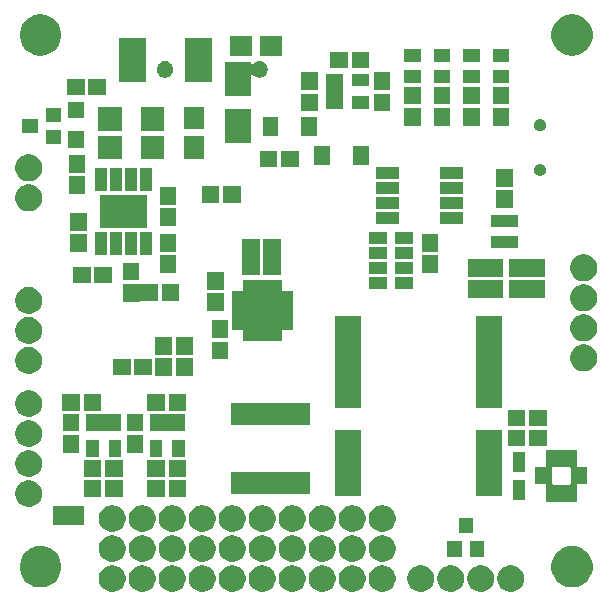
<source format=gbs>
G04 #@! TF.GenerationSoftware,KiCad,Pcbnew,(5.1.5)-3*
G04 #@! TF.CreationDate,2020-01-29T21:37:39+13:00*
G04 #@! TF.ProjectId,SimpleFC,53696d70-6c65-4464-932e-6b696361645f,rev?*
G04 #@! TF.SameCoordinates,Original*
G04 #@! TF.FileFunction,Soldermask,Bot*
G04 #@! TF.FilePolarity,Negative*
%FSLAX46Y46*%
G04 Gerber Fmt 4.6, Leading zero omitted, Abs format (unit mm)*
G04 Created by KiCad (PCBNEW (5.1.5)-3) date 2020-01-29 21:37:39*
%MOMM*%
%LPD*%
G04 APERTURE LIST*
%ADD10C,0.100000*%
G04 APERTURE END LIST*
D10*
G36*
X154222525Y-122403809D02*
G01*
X154429991Y-122489744D01*
X154429993Y-122489745D01*
X154616708Y-122614504D01*
X154775496Y-122773292D01*
X154900255Y-122960007D01*
X154900256Y-122960009D01*
X154986191Y-123167475D01*
X155030000Y-123387718D01*
X155030000Y-123612282D01*
X154986191Y-123832525D01*
X154900256Y-124039991D01*
X154900255Y-124039993D01*
X154775496Y-124226708D01*
X154616708Y-124385496D01*
X154429993Y-124510255D01*
X154429992Y-124510256D01*
X154429991Y-124510256D01*
X154222525Y-124596191D01*
X154002282Y-124640000D01*
X153777718Y-124640000D01*
X153557475Y-124596191D01*
X153350009Y-124510256D01*
X153350008Y-124510256D01*
X153350007Y-124510255D01*
X153163292Y-124385496D01*
X153004504Y-124226708D01*
X152879745Y-124039993D01*
X152879744Y-124039991D01*
X152793809Y-123832525D01*
X152750000Y-123612282D01*
X152750000Y-123387718D01*
X152793809Y-123167475D01*
X152879744Y-122960009D01*
X152879745Y-122960007D01*
X153004504Y-122773292D01*
X153163292Y-122614504D01*
X153350007Y-122489745D01*
X153350009Y-122489744D01*
X153557475Y-122403809D01*
X153777718Y-122360000D01*
X154002282Y-122360000D01*
X154222525Y-122403809D01*
G37*
G36*
X165102525Y-122403809D02*
G01*
X165309991Y-122489744D01*
X165309993Y-122489745D01*
X165496708Y-122614504D01*
X165655496Y-122773292D01*
X165780255Y-122960007D01*
X165780256Y-122960009D01*
X165866191Y-123167475D01*
X165910000Y-123387718D01*
X165910000Y-123612282D01*
X165866191Y-123832525D01*
X165780256Y-124039991D01*
X165780255Y-124039993D01*
X165655496Y-124226708D01*
X165496708Y-124385496D01*
X165309993Y-124510255D01*
X165309992Y-124510256D01*
X165309991Y-124510256D01*
X165102525Y-124596191D01*
X164882282Y-124640000D01*
X164657718Y-124640000D01*
X164437475Y-124596191D01*
X164230009Y-124510256D01*
X164230008Y-124510256D01*
X164230007Y-124510255D01*
X164043292Y-124385496D01*
X163884504Y-124226708D01*
X163759745Y-124039993D01*
X163759744Y-124039991D01*
X163673809Y-123832525D01*
X163630000Y-123612282D01*
X163630000Y-123387718D01*
X163673809Y-123167475D01*
X163759744Y-122960009D01*
X163759745Y-122960007D01*
X163884504Y-122773292D01*
X164043292Y-122614504D01*
X164230007Y-122489745D01*
X164230009Y-122489744D01*
X164437475Y-122403809D01*
X164657718Y-122360000D01*
X164882282Y-122360000D01*
X165102525Y-122403809D01*
G37*
G36*
X162562525Y-122403809D02*
G01*
X162769991Y-122489744D01*
X162769993Y-122489745D01*
X162956708Y-122614504D01*
X163115496Y-122773292D01*
X163240255Y-122960007D01*
X163240256Y-122960009D01*
X163326191Y-123167475D01*
X163370000Y-123387718D01*
X163370000Y-123612282D01*
X163326191Y-123832525D01*
X163240256Y-124039991D01*
X163240255Y-124039993D01*
X163115496Y-124226708D01*
X162956708Y-124385496D01*
X162769993Y-124510255D01*
X162769992Y-124510256D01*
X162769991Y-124510256D01*
X162562525Y-124596191D01*
X162342282Y-124640000D01*
X162117718Y-124640000D01*
X161897475Y-124596191D01*
X161690009Y-124510256D01*
X161690008Y-124510256D01*
X161690007Y-124510255D01*
X161503292Y-124385496D01*
X161344504Y-124226708D01*
X161219745Y-124039993D01*
X161219744Y-124039991D01*
X161133809Y-123832525D01*
X161090000Y-123612282D01*
X161090000Y-123387718D01*
X161133809Y-123167475D01*
X161219744Y-122960009D01*
X161219745Y-122960007D01*
X161344504Y-122773292D01*
X161503292Y-122614504D01*
X161690007Y-122489745D01*
X161690009Y-122489744D01*
X161897475Y-122403809D01*
X162117718Y-122360000D01*
X162342282Y-122360000D01*
X162562525Y-122403809D01*
G37*
G36*
X160022525Y-122403809D02*
G01*
X160229991Y-122489744D01*
X160229993Y-122489745D01*
X160416708Y-122614504D01*
X160575496Y-122773292D01*
X160700255Y-122960007D01*
X160700256Y-122960009D01*
X160786191Y-123167475D01*
X160830000Y-123387718D01*
X160830000Y-123612282D01*
X160786191Y-123832525D01*
X160700256Y-124039991D01*
X160700255Y-124039993D01*
X160575496Y-124226708D01*
X160416708Y-124385496D01*
X160229993Y-124510255D01*
X160229992Y-124510256D01*
X160229991Y-124510256D01*
X160022525Y-124596191D01*
X159802282Y-124640000D01*
X159577718Y-124640000D01*
X159357475Y-124596191D01*
X159150009Y-124510256D01*
X159150008Y-124510256D01*
X159150007Y-124510255D01*
X158963292Y-124385496D01*
X158804504Y-124226708D01*
X158679745Y-124039993D01*
X158679744Y-124039991D01*
X158593809Y-123832525D01*
X158550000Y-123612282D01*
X158550000Y-123387718D01*
X158593809Y-123167475D01*
X158679744Y-122960009D01*
X158679745Y-122960007D01*
X158804504Y-122773292D01*
X158963292Y-122614504D01*
X159150007Y-122489745D01*
X159150009Y-122489744D01*
X159357475Y-122403809D01*
X159577718Y-122360000D01*
X159802282Y-122360000D01*
X160022525Y-122403809D01*
G37*
G36*
X156762525Y-122403809D02*
G01*
X156969991Y-122489744D01*
X156969993Y-122489745D01*
X157156708Y-122614504D01*
X157315496Y-122773292D01*
X157440255Y-122960007D01*
X157440256Y-122960009D01*
X157526191Y-123167475D01*
X157570000Y-123387718D01*
X157570000Y-123612282D01*
X157526191Y-123832525D01*
X157440256Y-124039991D01*
X157440255Y-124039993D01*
X157315496Y-124226708D01*
X157156708Y-124385496D01*
X156969993Y-124510255D01*
X156969992Y-124510256D01*
X156969991Y-124510256D01*
X156762525Y-124596191D01*
X156542282Y-124640000D01*
X156317718Y-124640000D01*
X156097475Y-124596191D01*
X155890009Y-124510256D01*
X155890008Y-124510256D01*
X155890007Y-124510255D01*
X155703292Y-124385496D01*
X155544504Y-124226708D01*
X155419745Y-124039993D01*
X155419744Y-124039991D01*
X155333809Y-123832525D01*
X155290000Y-123612282D01*
X155290000Y-123387718D01*
X155333809Y-123167475D01*
X155419744Y-122960009D01*
X155419745Y-122960007D01*
X155544504Y-122773292D01*
X155703292Y-122614504D01*
X155890007Y-122489745D01*
X155890009Y-122489744D01*
X156097475Y-122403809D01*
X156317718Y-122360000D01*
X156542282Y-122360000D01*
X156762525Y-122403809D01*
G37*
G36*
X133902525Y-122403809D02*
G01*
X134109991Y-122489744D01*
X134109993Y-122489745D01*
X134296708Y-122614504D01*
X134455496Y-122773292D01*
X134580255Y-122960007D01*
X134580256Y-122960009D01*
X134666191Y-123167475D01*
X134710000Y-123387718D01*
X134710000Y-123612282D01*
X134666191Y-123832525D01*
X134580256Y-124039991D01*
X134580255Y-124039993D01*
X134455496Y-124226708D01*
X134296708Y-124385496D01*
X134109993Y-124510255D01*
X134109992Y-124510256D01*
X134109991Y-124510256D01*
X133902525Y-124596191D01*
X133682282Y-124640000D01*
X133457718Y-124640000D01*
X133237475Y-124596191D01*
X133030009Y-124510256D01*
X133030008Y-124510256D01*
X133030007Y-124510255D01*
X132843292Y-124385496D01*
X132684504Y-124226708D01*
X132559745Y-124039993D01*
X132559744Y-124039991D01*
X132473809Y-123832525D01*
X132430000Y-123612282D01*
X132430000Y-123387718D01*
X132473809Y-123167475D01*
X132559744Y-122960009D01*
X132559745Y-122960007D01*
X132684504Y-122773292D01*
X132843292Y-122614504D01*
X133030007Y-122489745D01*
X133030009Y-122489744D01*
X133237475Y-122403809D01*
X133457718Y-122360000D01*
X133682282Y-122360000D01*
X133902525Y-122403809D01*
G37*
G36*
X136442525Y-122403809D02*
G01*
X136649991Y-122489744D01*
X136649993Y-122489745D01*
X136836708Y-122614504D01*
X136995496Y-122773292D01*
X137120255Y-122960007D01*
X137120256Y-122960009D01*
X137206191Y-123167475D01*
X137250000Y-123387718D01*
X137250000Y-123612282D01*
X137206191Y-123832525D01*
X137120256Y-124039991D01*
X137120255Y-124039993D01*
X136995496Y-124226708D01*
X136836708Y-124385496D01*
X136649993Y-124510255D01*
X136649992Y-124510256D01*
X136649991Y-124510256D01*
X136442525Y-124596191D01*
X136222282Y-124640000D01*
X135997718Y-124640000D01*
X135777475Y-124596191D01*
X135570009Y-124510256D01*
X135570008Y-124510256D01*
X135570007Y-124510255D01*
X135383292Y-124385496D01*
X135224504Y-124226708D01*
X135099745Y-124039993D01*
X135099744Y-124039991D01*
X135013809Y-123832525D01*
X134970000Y-123612282D01*
X134970000Y-123387718D01*
X135013809Y-123167475D01*
X135099744Y-122960009D01*
X135099745Y-122960007D01*
X135224504Y-122773292D01*
X135383292Y-122614504D01*
X135570007Y-122489745D01*
X135570009Y-122489744D01*
X135777475Y-122403809D01*
X135997718Y-122360000D01*
X136222282Y-122360000D01*
X136442525Y-122403809D01*
G37*
G36*
X138982525Y-122403809D02*
G01*
X139189991Y-122489744D01*
X139189993Y-122489745D01*
X139376708Y-122614504D01*
X139535496Y-122773292D01*
X139660255Y-122960007D01*
X139660256Y-122960009D01*
X139746191Y-123167475D01*
X139790000Y-123387718D01*
X139790000Y-123612282D01*
X139746191Y-123832525D01*
X139660256Y-124039991D01*
X139660255Y-124039993D01*
X139535496Y-124226708D01*
X139376708Y-124385496D01*
X139189993Y-124510255D01*
X139189992Y-124510256D01*
X139189991Y-124510256D01*
X138982525Y-124596191D01*
X138762282Y-124640000D01*
X138537718Y-124640000D01*
X138317475Y-124596191D01*
X138110009Y-124510256D01*
X138110008Y-124510256D01*
X138110007Y-124510255D01*
X137923292Y-124385496D01*
X137764504Y-124226708D01*
X137639745Y-124039993D01*
X137639744Y-124039991D01*
X137553809Y-123832525D01*
X137510000Y-123612282D01*
X137510000Y-123387718D01*
X137553809Y-123167475D01*
X137639744Y-122960009D01*
X137639745Y-122960007D01*
X137764504Y-122773292D01*
X137923292Y-122614504D01*
X138110007Y-122489745D01*
X138110009Y-122489744D01*
X138317475Y-122403809D01*
X138537718Y-122360000D01*
X138762282Y-122360000D01*
X138982525Y-122403809D01*
G37*
G36*
X144062525Y-122403809D02*
G01*
X144269991Y-122489744D01*
X144269993Y-122489745D01*
X144456708Y-122614504D01*
X144615496Y-122773292D01*
X144740255Y-122960007D01*
X144740256Y-122960009D01*
X144826191Y-123167475D01*
X144870000Y-123387718D01*
X144870000Y-123612282D01*
X144826191Y-123832525D01*
X144740256Y-124039991D01*
X144740255Y-124039993D01*
X144615496Y-124226708D01*
X144456708Y-124385496D01*
X144269993Y-124510255D01*
X144269992Y-124510256D01*
X144269991Y-124510256D01*
X144062525Y-124596191D01*
X143842282Y-124640000D01*
X143617718Y-124640000D01*
X143397475Y-124596191D01*
X143190009Y-124510256D01*
X143190008Y-124510256D01*
X143190007Y-124510255D01*
X143003292Y-124385496D01*
X142844504Y-124226708D01*
X142719745Y-124039993D01*
X142719744Y-124039991D01*
X142633809Y-123832525D01*
X142590000Y-123612282D01*
X142590000Y-123387718D01*
X142633809Y-123167475D01*
X142719744Y-122960009D01*
X142719745Y-122960007D01*
X142844504Y-122773292D01*
X143003292Y-122614504D01*
X143190007Y-122489745D01*
X143190009Y-122489744D01*
X143397475Y-122403809D01*
X143617718Y-122360000D01*
X143842282Y-122360000D01*
X144062525Y-122403809D01*
G37*
G36*
X141522525Y-122403809D02*
G01*
X141729991Y-122489744D01*
X141729993Y-122489745D01*
X141916708Y-122614504D01*
X142075496Y-122773292D01*
X142200255Y-122960007D01*
X142200256Y-122960009D01*
X142286191Y-123167475D01*
X142330000Y-123387718D01*
X142330000Y-123612282D01*
X142286191Y-123832525D01*
X142200256Y-124039991D01*
X142200255Y-124039993D01*
X142075496Y-124226708D01*
X141916708Y-124385496D01*
X141729993Y-124510255D01*
X141729992Y-124510256D01*
X141729991Y-124510256D01*
X141522525Y-124596191D01*
X141302282Y-124640000D01*
X141077718Y-124640000D01*
X140857475Y-124596191D01*
X140650009Y-124510256D01*
X140650008Y-124510256D01*
X140650007Y-124510255D01*
X140463292Y-124385496D01*
X140304504Y-124226708D01*
X140179745Y-124039993D01*
X140179744Y-124039991D01*
X140093809Y-123832525D01*
X140050000Y-123612282D01*
X140050000Y-123387718D01*
X140093809Y-123167475D01*
X140179744Y-122960009D01*
X140179745Y-122960007D01*
X140304504Y-122773292D01*
X140463292Y-122614504D01*
X140650007Y-122489745D01*
X140650009Y-122489744D01*
X140857475Y-122403809D01*
X141077718Y-122360000D01*
X141302282Y-122360000D01*
X141522525Y-122403809D01*
G37*
G36*
X167642525Y-122403809D02*
G01*
X167849991Y-122489744D01*
X167849993Y-122489745D01*
X168036708Y-122614504D01*
X168195496Y-122773292D01*
X168320255Y-122960007D01*
X168320256Y-122960009D01*
X168406191Y-123167475D01*
X168450000Y-123387718D01*
X168450000Y-123612282D01*
X168406191Y-123832525D01*
X168320256Y-124039991D01*
X168320255Y-124039993D01*
X168195496Y-124226708D01*
X168036708Y-124385496D01*
X167849993Y-124510255D01*
X167849992Y-124510256D01*
X167849991Y-124510256D01*
X167642525Y-124596191D01*
X167422282Y-124640000D01*
X167197718Y-124640000D01*
X166977475Y-124596191D01*
X166770009Y-124510256D01*
X166770008Y-124510256D01*
X166770007Y-124510255D01*
X166583292Y-124385496D01*
X166424504Y-124226708D01*
X166299745Y-124039993D01*
X166299744Y-124039991D01*
X166213809Y-123832525D01*
X166170000Y-123612282D01*
X166170000Y-123387718D01*
X166213809Y-123167475D01*
X166299744Y-122960009D01*
X166299745Y-122960007D01*
X166424504Y-122773292D01*
X166583292Y-122614504D01*
X166770007Y-122489745D01*
X166770009Y-122489744D01*
X166977475Y-122403809D01*
X167197718Y-122360000D01*
X167422282Y-122360000D01*
X167642525Y-122403809D01*
G37*
G36*
X151682525Y-122403809D02*
G01*
X151889991Y-122489744D01*
X151889993Y-122489745D01*
X152076708Y-122614504D01*
X152235496Y-122773292D01*
X152360255Y-122960007D01*
X152360256Y-122960009D01*
X152446191Y-123167475D01*
X152490000Y-123387718D01*
X152490000Y-123612282D01*
X152446191Y-123832525D01*
X152360256Y-124039991D01*
X152360255Y-124039993D01*
X152235496Y-124226708D01*
X152076708Y-124385496D01*
X151889993Y-124510255D01*
X151889992Y-124510256D01*
X151889991Y-124510256D01*
X151682525Y-124596191D01*
X151462282Y-124640000D01*
X151237718Y-124640000D01*
X151017475Y-124596191D01*
X150810009Y-124510256D01*
X150810008Y-124510256D01*
X150810007Y-124510255D01*
X150623292Y-124385496D01*
X150464504Y-124226708D01*
X150339745Y-124039993D01*
X150339744Y-124039991D01*
X150253809Y-123832525D01*
X150210000Y-123612282D01*
X150210000Y-123387718D01*
X150253809Y-123167475D01*
X150339744Y-122960009D01*
X150339745Y-122960007D01*
X150464504Y-122773292D01*
X150623292Y-122614504D01*
X150810007Y-122489745D01*
X150810009Y-122489744D01*
X151017475Y-122403809D01*
X151237718Y-122360000D01*
X151462282Y-122360000D01*
X151682525Y-122403809D01*
G37*
G36*
X146602525Y-122403809D02*
G01*
X146809991Y-122489744D01*
X146809993Y-122489745D01*
X146996708Y-122614504D01*
X147155496Y-122773292D01*
X147280255Y-122960007D01*
X147280256Y-122960009D01*
X147366191Y-123167475D01*
X147410000Y-123387718D01*
X147410000Y-123612282D01*
X147366191Y-123832525D01*
X147280256Y-124039991D01*
X147280255Y-124039993D01*
X147155496Y-124226708D01*
X146996708Y-124385496D01*
X146809993Y-124510255D01*
X146809992Y-124510256D01*
X146809991Y-124510256D01*
X146602525Y-124596191D01*
X146382282Y-124640000D01*
X146157718Y-124640000D01*
X145937475Y-124596191D01*
X145730009Y-124510256D01*
X145730008Y-124510256D01*
X145730007Y-124510255D01*
X145543292Y-124385496D01*
X145384504Y-124226708D01*
X145259745Y-124039993D01*
X145259744Y-124039991D01*
X145173809Y-123832525D01*
X145130000Y-123612282D01*
X145130000Y-123387718D01*
X145173809Y-123167475D01*
X145259744Y-122960009D01*
X145259745Y-122960007D01*
X145384504Y-122773292D01*
X145543292Y-122614504D01*
X145730007Y-122489745D01*
X145730009Y-122489744D01*
X145937475Y-122403809D01*
X146157718Y-122360000D01*
X146382282Y-122360000D01*
X146602525Y-122403809D01*
G37*
G36*
X149142525Y-122403809D02*
G01*
X149349991Y-122489744D01*
X149349993Y-122489745D01*
X149536708Y-122614504D01*
X149695496Y-122773292D01*
X149820255Y-122960007D01*
X149820256Y-122960009D01*
X149906191Y-123167475D01*
X149950000Y-123387718D01*
X149950000Y-123612282D01*
X149906191Y-123832525D01*
X149820256Y-124039991D01*
X149820255Y-124039993D01*
X149695496Y-124226708D01*
X149536708Y-124385496D01*
X149349993Y-124510255D01*
X149349992Y-124510256D01*
X149349991Y-124510256D01*
X149142525Y-124596191D01*
X148922282Y-124640000D01*
X148697718Y-124640000D01*
X148477475Y-124596191D01*
X148270009Y-124510256D01*
X148270008Y-124510256D01*
X148270007Y-124510255D01*
X148083292Y-124385496D01*
X147924504Y-124226708D01*
X147799745Y-124039993D01*
X147799744Y-124039991D01*
X147713809Y-123832525D01*
X147670000Y-123612282D01*
X147670000Y-123387718D01*
X147713809Y-123167475D01*
X147799744Y-122960009D01*
X147799745Y-122960007D01*
X147924504Y-122773292D01*
X148083292Y-122614504D01*
X148270007Y-122489745D01*
X148270009Y-122489744D01*
X148477475Y-122403809D01*
X148697718Y-122360000D01*
X148922282Y-122360000D01*
X149142525Y-122403809D01*
G37*
G36*
X172841408Y-120783626D02*
G01*
X173010456Y-120817251D01*
X173328936Y-120949170D01*
X173615560Y-121140686D01*
X173859314Y-121384440D01*
X174050830Y-121671064D01*
X174182749Y-121989544D01*
X174250000Y-122327640D01*
X174250000Y-122672360D01*
X174182749Y-123010456D01*
X174050830Y-123328936D01*
X173859314Y-123615560D01*
X173615560Y-123859314D01*
X173328936Y-124050830D01*
X173010456Y-124182749D01*
X172841408Y-124216375D01*
X172672361Y-124250000D01*
X172327639Y-124250000D01*
X172158592Y-124216375D01*
X171989544Y-124182749D01*
X171671064Y-124050830D01*
X171384440Y-123859314D01*
X171140686Y-123615560D01*
X170949170Y-123328936D01*
X170817251Y-123010456D01*
X170750000Y-122672360D01*
X170750000Y-122327640D01*
X170817251Y-121989544D01*
X170949170Y-121671064D01*
X171140686Y-121384440D01*
X171384440Y-121140686D01*
X171671064Y-120949170D01*
X171989544Y-120817251D01*
X172158592Y-120783626D01*
X172327639Y-120750000D01*
X172672361Y-120750000D01*
X172841408Y-120783626D01*
G37*
G36*
X127841408Y-120783626D02*
G01*
X128010456Y-120817251D01*
X128328936Y-120949170D01*
X128615560Y-121140686D01*
X128859314Y-121384440D01*
X129050830Y-121671064D01*
X129182749Y-121989544D01*
X129250000Y-122327640D01*
X129250000Y-122672360D01*
X129182749Y-123010456D01*
X129050830Y-123328936D01*
X128859314Y-123615560D01*
X128615560Y-123859314D01*
X128328936Y-124050830D01*
X128010456Y-124182749D01*
X127841408Y-124216375D01*
X127672361Y-124250000D01*
X127327639Y-124250000D01*
X127158592Y-124216375D01*
X126989544Y-124182749D01*
X126671064Y-124050830D01*
X126384440Y-123859314D01*
X126140686Y-123615560D01*
X125949170Y-123328936D01*
X125817251Y-123010456D01*
X125750000Y-122672360D01*
X125750000Y-122327640D01*
X125817251Y-121989544D01*
X125949170Y-121671064D01*
X126140686Y-121384440D01*
X126384440Y-121140686D01*
X126671064Y-120949170D01*
X126989544Y-120817251D01*
X127158592Y-120783626D01*
X127327639Y-120750000D01*
X127672361Y-120750000D01*
X127841408Y-120783626D01*
G37*
G36*
X144062525Y-119863809D02*
G01*
X144269991Y-119949744D01*
X144269993Y-119949745D01*
X144456708Y-120074504D01*
X144615496Y-120233292D01*
X144740255Y-120420007D01*
X144740256Y-120420009D01*
X144826191Y-120627475D01*
X144870000Y-120847718D01*
X144870000Y-121072282D01*
X144826191Y-121292525D01*
X144788118Y-121384441D01*
X144740255Y-121499993D01*
X144615496Y-121686708D01*
X144456708Y-121845496D01*
X144269993Y-121970255D01*
X144269992Y-121970256D01*
X144269991Y-121970256D01*
X144062525Y-122056191D01*
X143842282Y-122100000D01*
X143617718Y-122100000D01*
X143397475Y-122056191D01*
X143190009Y-121970256D01*
X143190008Y-121970256D01*
X143190007Y-121970255D01*
X143003292Y-121845496D01*
X142844504Y-121686708D01*
X142719745Y-121499993D01*
X142671882Y-121384441D01*
X142633809Y-121292525D01*
X142590000Y-121072282D01*
X142590000Y-120847718D01*
X142633809Y-120627475D01*
X142719744Y-120420009D01*
X142719745Y-120420007D01*
X142844504Y-120233292D01*
X143003292Y-120074504D01*
X143190007Y-119949745D01*
X143190009Y-119949744D01*
X143397475Y-119863809D01*
X143617718Y-119820000D01*
X143842282Y-119820000D01*
X144062525Y-119863809D01*
G37*
G36*
X136442525Y-119863809D02*
G01*
X136649991Y-119949744D01*
X136649993Y-119949745D01*
X136836708Y-120074504D01*
X136995496Y-120233292D01*
X137120255Y-120420007D01*
X137120256Y-120420009D01*
X137206191Y-120627475D01*
X137250000Y-120847718D01*
X137250000Y-121072282D01*
X137206191Y-121292525D01*
X137168118Y-121384441D01*
X137120255Y-121499993D01*
X136995496Y-121686708D01*
X136836708Y-121845496D01*
X136649993Y-121970255D01*
X136649992Y-121970256D01*
X136649991Y-121970256D01*
X136442525Y-122056191D01*
X136222282Y-122100000D01*
X135997718Y-122100000D01*
X135777475Y-122056191D01*
X135570009Y-121970256D01*
X135570008Y-121970256D01*
X135570007Y-121970255D01*
X135383292Y-121845496D01*
X135224504Y-121686708D01*
X135099745Y-121499993D01*
X135051882Y-121384441D01*
X135013809Y-121292525D01*
X134970000Y-121072282D01*
X134970000Y-120847718D01*
X135013809Y-120627475D01*
X135099744Y-120420009D01*
X135099745Y-120420007D01*
X135224504Y-120233292D01*
X135383292Y-120074504D01*
X135570007Y-119949745D01*
X135570009Y-119949744D01*
X135777475Y-119863809D01*
X135997718Y-119820000D01*
X136222282Y-119820000D01*
X136442525Y-119863809D01*
G37*
G36*
X146602525Y-119863809D02*
G01*
X146809991Y-119949744D01*
X146809993Y-119949745D01*
X146996708Y-120074504D01*
X147155496Y-120233292D01*
X147280255Y-120420007D01*
X147280256Y-120420009D01*
X147366191Y-120627475D01*
X147410000Y-120847718D01*
X147410000Y-121072282D01*
X147366191Y-121292525D01*
X147328118Y-121384441D01*
X147280255Y-121499993D01*
X147155496Y-121686708D01*
X146996708Y-121845496D01*
X146809993Y-121970255D01*
X146809992Y-121970256D01*
X146809991Y-121970256D01*
X146602525Y-122056191D01*
X146382282Y-122100000D01*
X146157718Y-122100000D01*
X145937475Y-122056191D01*
X145730009Y-121970256D01*
X145730008Y-121970256D01*
X145730007Y-121970255D01*
X145543292Y-121845496D01*
X145384504Y-121686708D01*
X145259745Y-121499993D01*
X145211882Y-121384441D01*
X145173809Y-121292525D01*
X145130000Y-121072282D01*
X145130000Y-120847718D01*
X145173809Y-120627475D01*
X145259744Y-120420009D01*
X145259745Y-120420007D01*
X145384504Y-120233292D01*
X145543292Y-120074504D01*
X145730007Y-119949745D01*
X145730009Y-119949744D01*
X145937475Y-119863809D01*
X146157718Y-119820000D01*
X146382282Y-119820000D01*
X146602525Y-119863809D01*
G37*
G36*
X149142525Y-119863809D02*
G01*
X149349991Y-119949744D01*
X149349993Y-119949745D01*
X149536708Y-120074504D01*
X149695496Y-120233292D01*
X149820255Y-120420007D01*
X149820256Y-120420009D01*
X149906191Y-120627475D01*
X149950000Y-120847718D01*
X149950000Y-121072282D01*
X149906191Y-121292525D01*
X149868118Y-121384441D01*
X149820255Y-121499993D01*
X149695496Y-121686708D01*
X149536708Y-121845496D01*
X149349993Y-121970255D01*
X149349992Y-121970256D01*
X149349991Y-121970256D01*
X149142525Y-122056191D01*
X148922282Y-122100000D01*
X148697718Y-122100000D01*
X148477475Y-122056191D01*
X148270009Y-121970256D01*
X148270008Y-121970256D01*
X148270007Y-121970255D01*
X148083292Y-121845496D01*
X147924504Y-121686708D01*
X147799745Y-121499993D01*
X147751882Y-121384441D01*
X147713809Y-121292525D01*
X147670000Y-121072282D01*
X147670000Y-120847718D01*
X147713809Y-120627475D01*
X147799744Y-120420009D01*
X147799745Y-120420007D01*
X147924504Y-120233292D01*
X148083292Y-120074504D01*
X148270007Y-119949745D01*
X148270009Y-119949744D01*
X148477475Y-119863809D01*
X148697718Y-119820000D01*
X148922282Y-119820000D01*
X149142525Y-119863809D01*
G37*
G36*
X151682525Y-119863809D02*
G01*
X151889991Y-119949744D01*
X151889993Y-119949745D01*
X152076708Y-120074504D01*
X152235496Y-120233292D01*
X152360255Y-120420007D01*
X152360256Y-120420009D01*
X152446191Y-120627475D01*
X152490000Y-120847718D01*
X152490000Y-121072282D01*
X152446191Y-121292525D01*
X152408118Y-121384441D01*
X152360255Y-121499993D01*
X152235496Y-121686708D01*
X152076708Y-121845496D01*
X151889993Y-121970255D01*
X151889992Y-121970256D01*
X151889991Y-121970256D01*
X151682525Y-122056191D01*
X151462282Y-122100000D01*
X151237718Y-122100000D01*
X151017475Y-122056191D01*
X150810009Y-121970256D01*
X150810008Y-121970256D01*
X150810007Y-121970255D01*
X150623292Y-121845496D01*
X150464504Y-121686708D01*
X150339745Y-121499993D01*
X150291882Y-121384441D01*
X150253809Y-121292525D01*
X150210000Y-121072282D01*
X150210000Y-120847718D01*
X150253809Y-120627475D01*
X150339744Y-120420009D01*
X150339745Y-120420007D01*
X150464504Y-120233292D01*
X150623292Y-120074504D01*
X150810007Y-119949745D01*
X150810009Y-119949744D01*
X151017475Y-119863809D01*
X151237718Y-119820000D01*
X151462282Y-119820000D01*
X151682525Y-119863809D01*
G37*
G36*
X154222525Y-119863809D02*
G01*
X154429991Y-119949744D01*
X154429993Y-119949745D01*
X154616708Y-120074504D01*
X154775496Y-120233292D01*
X154900255Y-120420007D01*
X154900256Y-120420009D01*
X154986191Y-120627475D01*
X155030000Y-120847718D01*
X155030000Y-121072282D01*
X154986191Y-121292525D01*
X154948118Y-121384441D01*
X154900255Y-121499993D01*
X154775496Y-121686708D01*
X154616708Y-121845496D01*
X154429993Y-121970255D01*
X154429992Y-121970256D01*
X154429991Y-121970256D01*
X154222525Y-122056191D01*
X154002282Y-122100000D01*
X153777718Y-122100000D01*
X153557475Y-122056191D01*
X153350009Y-121970256D01*
X153350008Y-121970256D01*
X153350007Y-121970255D01*
X153163292Y-121845496D01*
X153004504Y-121686708D01*
X152879745Y-121499993D01*
X152831882Y-121384441D01*
X152793809Y-121292525D01*
X152750000Y-121072282D01*
X152750000Y-120847718D01*
X152793809Y-120627475D01*
X152879744Y-120420009D01*
X152879745Y-120420007D01*
X153004504Y-120233292D01*
X153163292Y-120074504D01*
X153350007Y-119949745D01*
X153350009Y-119949744D01*
X153557475Y-119863809D01*
X153777718Y-119820000D01*
X154002282Y-119820000D01*
X154222525Y-119863809D01*
G37*
G36*
X156762525Y-119863809D02*
G01*
X156969991Y-119949744D01*
X156969993Y-119949745D01*
X157156708Y-120074504D01*
X157315496Y-120233292D01*
X157440255Y-120420007D01*
X157440256Y-120420009D01*
X157526191Y-120627475D01*
X157570000Y-120847718D01*
X157570000Y-121072282D01*
X157526191Y-121292525D01*
X157488118Y-121384441D01*
X157440255Y-121499993D01*
X157315496Y-121686708D01*
X157156708Y-121845496D01*
X156969993Y-121970255D01*
X156969992Y-121970256D01*
X156969991Y-121970256D01*
X156762525Y-122056191D01*
X156542282Y-122100000D01*
X156317718Y-122100000D01*
X156097475Y-122056191D01*
X155890009Y-121970256D01*
X155890008Y-121970256D01*
X155890007Y-121970255D01*
X155703292Y-121845496D01*
X155544504Y-121686708D01*
X155419745Y-121499993D01*
X155371882Y-121384441D01*
X155333809Y-121292525D01*
X155290000Y-121072282D01*
X155290000Y-120847718D01*
X155333809Y-120627475D01*
X155419744Y-120420009D01*
X155419745Y-120420007D01*
X155544504Y-120233292D01*
X155703292Y-120074504D01*
X155890007Y-119949745D01*
X155890009Y-119949744D01*
X156097475Y-119863809D01*
X156317718Y-119820000D01*
X156542282Y-119820000D01*
X156762525Y-119863809D01*
G37*
G36*
X138982525Y-119863809D02*
G01*
X139189991Y-119949744D01*
X139189993Y-119949745D01*
X139376708Y-120074504D01*
X139535496Y-120233292D01*
X139660255Y-120420007D01*
X139660256Y-120420009D01*
X139746191Y-120627475D01*
X139790000Y-120847718D01*
X139790000Y-121072282D01*
X139746191Y-121292525D01*
X139708118Y-121384441D01*
X139660255Y-121499993D01*
X139535496Y-121686708D01*
X139376708Y-121845496D01*
X139189993Y-121970255D01*
X139189992Y-121970256D01*
X139189991Y-121970256D01*
X138982525Y-122056191D01*
X138762282Y-122100000D01*
X138537718Y-122100000D01*
X138317475Y-122056191D01*
X138110009Y-121970256D01*
X138110008Y-121970256D01*
X138110007Y-121970255D01*
X137923292Y-121845496D01*
X137764504Y-121686708D01*
X137639745Y-121499993D01*
X137591882Y-121384441D01*
X137553809Y-121292525D01*
X137510000Y-121072282D01*
X137510000Y-120847718D01*
X137553809Y-120627475D01*
X137639744Y-120420009D01*
X137639745Y-120420007D01*
X137764504Y-120233292D01*
X137923292Y-120074504D01*
X138110007Y-119949745D01*
X138110009Y-119949744D01*
X138317475Y-119863809D01*
X138537718Y-119820000D01*
X138762282Y-119820000D01*
X138982525Y-119863809D01*
G37*
G36*
X133902525Y-119863809D02*
G01*
X134109991Y-119949744D01*
X134109993Y-119949745D01*
X134296708Y-120074504D01*
X134455496Y-120233292D01*
X134580255Y-120420007D01*
X134580256Y-120420009D01*
X134666191Y-120627475D01*
X134710000Y-120847718D01*
X134710000Y-121072282D01*
X134666191Y-121292525D01*
X134628118Y-121384441D01*
X134580255Y-121499993D01*
X134455496Y-121686708D01*
X134296708Y-121845496D01*
X134109993Y-121970255D01*
X134109992Y-121970256D01*
X134109991Y-121970256D01*
X133902525Y-122056191D01*
X133682282Y-122100000D01*
X133457718Y-122100000D01*
X133237475Y-122056191D01*
X133030009Y-121970256D01*
X133030008Y-121970256D01*
X133030007Y-121970255D01*
X132843292Y-121845496D01*
X132684504Y-121686708D01*
X132559745Y-121499993D01*
X132511882Y-121384441D01*
X132473809Y-121292525D01*
X132430000Y-121072282D01*
X132430000Y-120847718D01*
X132473809Y-120627475D01*
X132559744Y-120420009D01*
X132559745Y-120420007D01*
X132684504Y-120233292D01*
X132843292Y-120074504D01*
X133030007Y-119949745D01*
X133030009Y-119949744D01*
X133237475Y-119863809D01*
X133457718Y-119820000D01*
X133682282Y-119820000D01*
X133902525Y-119863809D01*
G37*
G36*
X141522525Y-119863809D02*
G01*
X141729991Y-119949744D01*
X141729993Y-119949745D01*
X141916708Y-120074504D01*
X142075496Y-120233292D01*
X142200255Y-120420007D01*
X142200256Y-120420009D01*
X142286191Y-120627475D01*
X142330000Y-120847718D01*
X142330000Y-121072282D01*
X142286191Y-121292525D01*
X142248118Y-121384441D01*
X142200255Y-121499993D01*
X142075496Y-121686708D01*
X141916708Y-121845496D01*
X141729993Y-121970255D01*
X141729992Y-121970256D01*
X141729991Y-121970256D01*
X141522525Y-122056191D01*
X141302282Y-122100000D01*
X141077718Y-122100000D01*
X140857475Y-122056191D01*
X140650009Y-121970256D01*
X140650008Y-121970256D01*
X140650007Y-121970255D01*
X140463292Y-121845496D01*
X140304504Y-121686708D01*
X140179745Y-121499993D01*
X140131882Y-121384441D01*
X140093809Y-121292525D01*
X140050000Y-121072282D01*
X140050000Y-120847718D01*
X140093809Y-120627475D01*
X140179744Y-120420009D01*
X140179745Y-120420007D01*
X140304504Y-120233292D01*
X140463292Y-120074504D01*
X140650007Y-119949745D01*
X140650009Y-119949744D01*
X140857475Y-119863809D01*
X141077718Y-119820000D01*
X141302282Y-119820000D01*
X141522525Y-119863809D01*
G37*
G36*
X163150000Y-121650000D02*
G01*
X161950000Y-121650000D01*
X161950000Y-120350000D01*
X163150000Y-120350000D01*
X163150000Y-121650000D01*
G37*
G36*
X165050000Y-121650000D02*
G01*
X163850000Y-121650000D01*
X163850000Y-120350000D01*
X165050000Y-120350000D01*
X165050000Y-121650000D01*
G37*
G36*
X164100000Y-119650000D02*
G01*
X162900000Y-119650000D01*
X162900000Y-118350000D01*
X164100000Y-118350000D01*
X164100000Y-119650000D01*
G37*
G36*
X156762525Y-117323809D02*
G01*
X156961413Y-117406191D01*
X156969993Y-117409745D01*
X157156708Y-117534504D01*
X157315496Y-117693292D01*
X157440255Y-117880007D01*
X157440256Y-117880009D01*
X157526191Y-118087475D01*
X157570000Y-118307718D01*
X157570000Y-118532282D01*
X157526191Y-118752525D01*
X157440256Y-118959991D01*
X157440255Y-118959993D01*
X157315496Y-119146708D01*
X157156708Y-119305496D01*
X156969993Y-119430255D01*
X156969992Y-119430256D01*
X156969991Y-119430256D01*
X156762525Y-119516191D01*
X156542282Y-119560000D01*
X156317718Y-119560000D01*
X156097475Y-119516191D01*
X155890009Y-119430256D01*
X155890008Y-119430256D01*
X155890007Y-119430255D01*
X155703292Y-119305496D01*
X155544504Y-119146708D01*
X155419745Y-118959993D01*
X155419744Y-118959991D01*
X155333809Y-118752525D01*
X155290000Y-118532282D01*
X155290000Y-118307718D01*
X155333809Y-118087475D01*
X155419744Y-117880009D01*
X155419745Y-117880007D01*
X155544504Y-117693292D01*
X155703292Y-117534504D01*
X155890007Y-117409745D01*
X155898587Y-117406191D01*
X156097475Y-117323809D01*
X156317718Y-117280000D01*
X156542282Y-117280000D01*
X156762525Y-117323809D01*
G37*
G36*
X149142525Y-117323809D02*
G01*
X149341413Y-117406191D01*
X149349993Y-117409745D01*
X149536708Y-117534504D01*
X149695496Y-117693292D01*
X149820255Y-117880007D01*
X149820256Y-117880009D01*
X149906191Y-118087475D01*
X149950000Y-118307718D01*
X149950000Y-118532282D01*
X149906191Y-118752525D01*
X149820256Y-118959991D01*
X149820255Y-118959993D01*
X149695496Y-119146708D01*
X149536708Y-119305496D01*
X149349993Y-119430255D01*
X149349992Y-119430256D01*
X149349991Y-119430256D01*
X149142525Y-119516191D01*
X148922282Y-119560000D01*
X148697718Y-119560000D01*
X148477475Y-119516191D01*
X148270009Y-119430256D01*
X148270008Y-119430256D01*
X148270007Y-119430255D01*
X148083292Y-119305496D01*
X147924504Y-119146708D01*
X147799745Y-118959993D01*
X147799744Y-118959991D01*
X147713809Y-118752525D01*
X147670000Y-118532282D01*
X147670000Y-118307718D01*
X147713809Y-118087475D01*
X147799744Y-117880009D01*
X147799745Y-117880007D01*
X147924504Y-117693292D01*
X148083292Y-117534504D01*
X148270007Y-117409745D01*
X148278587Y-117406191D01*
X148477475Y-117323809D01*
X148697718Y-117280000D01*
X148922282Y-117280000D01*
X149142525Y-117323809D01*
G37*
G36*
X154222525Y-117323809D02*
G01*
X154421413Y-117406191D01*
X154429993Y-117409745D01*
X154616708Y-117534504D01*
X154775496Y-117693292D01*
X154900255Y-117880007D01*
X154900256Y-117880009D01*
X154986191Y-118087475D01*
X155030000Y-118307718D01*
X155030000Y-118532282D01*
X154986191Y-118752525D01*
X154900256Y-118959991D01*
X154900255Y-118959993D01*
X154775496Y-119146708D01*
X154616708Y-119305496D01*
X154429993Y-119430255D01*
X154429992Y-119430256D01*
X154429991Y-119430256D01*
X154222525Y-119516191D01*
X154002282Y-119560000D01*
X153777718Y-119560000D01*
X153557475Y-119516191D01*
X153350009Y-119430256D01*
X153350008Y-119430256D01*
X153350007Y-119430255D01*
X153163292Y-119305496D01*
X153004504Y-119146708D01*
X152879745Y-118959993D01*
X152879744Y-118959991D01*
X152793809Y-118752525D01*
X152750000Y-118532282D01*
X152750000Y-118307718D01*
X152793809Y-118087475D01*
X152879744Y-117880009D01*
X152879745Y-117880007D01*
X153004504Y-117693292D01*
X153163292Y-117534504D01*
X153350007Y-117409745D01*
X153358587Y-117406191D01*
X153557475Y-117323809D01*
X153777718Y-117280000D01*
X154002282Y-117280000D01*
X154222525Y-117323809D01*
G37*
G36*
X151682525Y-117323809D02*
G01*
X151881413Y-117406191D01*
X151889993Y-117409745D01*
X152076708Y-117534504D01*
X152235496Y-117693292D01*
X152360255Y-117880007D01*
X152360256Y-117880009D01*
X152446191Y-118087475D01*
X152490000Y-118307718D01*
X152490000Y-118532282D01*
X152446191Y-118752525D01*
X152360256Y-118959991D01*
X152360255Y-118959993D01*
X152235496Y-119146708D01*
X152076708Y-119305496D01*
X151889993Y-119430255D01*
X151889992Y-119430256D01*
X151889991Y-119430256D01*
X151682525Y-119516191D01*
X151462282Y-119560000D01*
X151237718Y-119560000D01*
X151017475Y-119516191D01*
X150810009Y-119430256D01*
X150810008Y-119430256D01*
X150810007Y-119430255D01*
X150623292Y-119305496D01*
X150464504Y-119146708D01*
X150339745Y-118959993D01*
X150339744Y-118959991D01*
X150253809Y-118752525D01*
X150210000Y-118532282D01*
X150210000Y-118307718D01*
X150253809Y-118087475D01*
X150339744Y-117880009D01*
X150339745Y-117880007D01*
X150464504Y-117693292D01*
X150623292Y-117534504D01*
X150810007Y-117409745D01*
X150818587Y-117406191D01*
X151017475Y-117323809D01*
X151237718Y-117280000D01*
X151462282Y-117280000D01*
X151682525Y-117323809D01*
G37*
G36*
X146602525Y-117323809D02*
G01*
X146801413Y-117406191D01*
X146809993Y-117409745D01*
X146996708Y-117534504D01*
X147155496Y-117693292D01*
X147280255Y-117880007D01*
X147280256Y-117880009D01*
X147366191Y-118087475D01*
X147410000Y-118307718D01*
X147410000Y-118532282D01*
X147366191Y-118752525D01*
X147280256Y-118959991D01*
X147280255Y-118959993D01*
X147155496Y-119146708D01*
X146996708Y-119305496D01*
X146809993Y-119430255D01*
X146809992Y-119430256D01*
X146809991Y-119430256D01*
X146602525Y-119516191D01*
X146382282Y-119560000D01*
X146157718Y-119560000D01*
X145937475Y-119516191D01*
X145730009Y-119430256D01*
X145730008Y-119430256D01*
X145730007Y-119430255D01*
X145543292Y-119305496D01*
X145384504Y-119146708D01*
X145259745Y-118959993D01*
X145259744Y-118959991D01*
X145173809Y-118752525D01*
X145130000Y-118532282D01*
X145130000Y-118307718D01*
X145173809Y-118087475D01*
X145259744Y-117880009D01*
X145259745Y-117880007D01*
X145384504Y-117693292D01*
X145543292Y-117534504D01*
X145730007Y-117409745D01*
X145738587Y-117406191D01*
X145937475Y-117323809D01*
X146157718Y-117280000D01*
X146382282Y-117280000D01*
X146602525Y-117323809D01*
G37*
G36*
X136442525Y-117323809D02*
G01*
X136641413Y-117406191D01*
X136649993Y-117409745D01*
X136836708Y-117534504D01*
X136995496Y-117693292D01*
X137120255Y-117880007D01*
X137120256Y-117880009D01*
X137206191Y-118087475D01*
X137250000Y-118307718D01*
X137250000Y-118532282D01*
X137206191Y-118752525D01*
X137120256Y-118959991D01*
X137120255Y-118959993D01*
X136995496Y-119146708D01*
X136836708Y-119305496D01*
X136649993Y-119430255D01*
X136649992Y-119430256D01*
X136649991Y-119430256D01*
X136442525Y-119516191D01*
X136222282Y-119560000D01*
X135997718Y-119560000D01*
X135777475Y-119516191D01*
X135570009Y-119430256D01*
X135570008Y-119430256D01*
X135570007Y-119430255D01*
X135383292Y-119305496D01*
X135224504Y-119146708D01*
X135099745Y-118959993D01*
X135099744Y-118959991D01*
X135013809Y-118752525D01*
X134970000Y-118532282D01*
X134970000Y-118307718D01*
X135013809Y-118087475D01*
X135099744Y-117880009D01*
X135099745Y-117880007D01*
X135224504Y-117693292D01*
X135383292Y-117534504D01*
X135570007Y-117409745D01*
X135578587Y-117406191D01*
X135777475Y-117323809D01*
X135997718Y-117280000D01*
X136222282Y-117280000D01*
X136442525Y-117323809D01*
G37*
G36*
X138982525Y-117323809D02*
G01*
X139181413Y-117406191D01*
X139189993Y-117409745D01*
X139376708Y-117534504D01*
X139535496Y-117693292D01*
X139660255Y-117880007D01*
X139660256Y-117880009D01*
X139746191Y-118087475D01*
X139790000Y-118307718D01*
X139790000Y-118532282D01*
X139746191Y-118752525D01*
X139660256Y-118959991D01*
X139660255Y-118959993D01*
X139535496Y-119146708D01*
X139376708Y-119305496D01*
X139189993Y-119430255D01*
X139189992Y-119430256D01*
X139189991Y-119430256D01*
X138982525Y-119516191D01*
X138762282Y-119560000D01*
X138537718Y-119560000D01*
X138317475Y-119516191D01*
X138110009Y-119430256D01*
X138110008Y-119430256D01*
X138110007Y-119430255D01*
X137923292Y-119305496D01*
X137764504Y-119146708D01*
X137639745Y-118959993D01*
X137639744Y-118959991D01*
X137553809Y-118752525D01*
X137510000Y-118532282D01*
X137510000Y-118307718D01*
X137553809Y-118087475D01*
X137639744Y-117880009D01*
X137639745Y-117880007D01*
X137764504Y-117693292D01*
X137923292Y-117534504D01*
X138110007Y-117409745D01*
X138118587Y-117406191D01*
X138317475Y-117323809D01*
X138537718Y-117280000D01*
X138762282Y-117280000D01*
X138982525Y-117323809D01*
G37*
G36*
X141522525Y-117323809D02*
G01*
X141721413Y-117406191D01*
X141729993Y-117409745D01*
X141916708Y-117534504D01*
X142075496Y-117693292D01*
X142200255Y-117880007D01*
X142200256Y-117880009D01*
X142286191Y-118087475D01*
X142330000Y-118307718D01*
X142330000Y-118532282D01*
X142286191Y-118752525D01*
X142200256Y-118959991D01*
X142200255Y-118959993D01*
X142075496Y-119146708D01*
X141916708Y-119305496D01*
X141729993Y-119430255D01*
X141729992Y-119430256D01*
X141729991Y-119430256D01*
X141522525Y-119516191D01*
X141302282Y-119560000D01*
X141077718Y-119560000D01*
X140857475Y-119516191D01*
X140650009Y-119430256D01*
X140650008Y-119430256D01*
X140650007Y-119430255D01*
X140463292Y-119305496D01*
X140304504Y-119146708D01*
X140179745Y-118959993D01*
X140179744Y-118959991D01*
X140093809Y-118752525D01*
X140050000Y-118532282D01*
X140050000Y-118307718D01*
X140093809Y-118087475D01*
X140179744Y-117880009D01*
X140179745Y-117880007D01*
X140304504Y-117693292D01*
X140463292Y-117534504D01*
X140650007Y-117409745D01*
X140658587Y-117406191D01*
X140857475Y-117323809D01*
X141077718Y-117280000D01*
X141302282Y-117280000D01*
X141522525Y-117323809D01*
G37*
G36*
X144062525Y-117323809D02*
G01*
X144261413Y-117406191D01*
X144269993Y-117409745D01*
X144456708Y-117534504D01*
X144615496Y-117693292D01*
X144740255Y-117880007D01*
X144740256Y-117880009D01*
X144826191Y-118087475D01*
X144870000Y-118307718D01*
X144870000Y-118532282D01*
X144826191Y-118752525D01*
X144740256Y-118959991D01*
X144740255Y-118959993D01*
X144615496Y-119146708D01*
X144456708Y-119305496D01*
X144269993Y-119430255D01*
X144269992Y-119430256D01*
X144269991Y-119430256D01*
X144062525Y-119516191D01*
X143842282Y-119560000D01*
X143617718Y-119560000D01*
X143397475Y-119516191D01*
X143190009Y-119430256D01*
X143190008Y-119430256D01*
X143190007Y-119430255D01*
X143003292Y-119305496D01*
X142844504Y-119146708D01*
X142719745Y-118959993D01*
X142719744Y-118959991D01*
X142633809Y-118752525D01*
X142590000Y-118532282D01*
X142590000Y-118307718D01*
X142633809Y-118087475D01*
X142719744Y-117880009D01*
X142719745Y-117880007D01*
X142844504Y-117693292D01*
X143003292Y-117534504D01*
X143190007Y-117409745D01*
X143198587Y-117406191D01*
X143397475Y-117323809D01*
X143617718Y-117280000D01*
X143842282Y-117280000D01*
X144062525Y-117323809D01*
G37*
G36*
X133902525Y-117323809D02*
G01*
X134101413Y-117406191D01*
X134109993Y-117409745D01*
X134296708Y-117534504D01*
X134455496Y-117693292D01*
X134580255Y-117880007D01*
X134580256Y-117880009D01*
X134666191Y-118087475D01*
X134710000Y-118307718D01*
X134710000Y-118532282D01*
X134666191Y-118752525D01*
X134580256Y-118959991D01*
X134580255Y-118959993D01*
X134455496Y-119146708D01*
X134296708Y-119305496D01*
X134109993Y-119430255D01*
X134109992Y-119430256D01*
X134109991Y-119430256D01*
X133902525Y-119516191D01*
X133682282Y-119560000D01*
X133457718Y-119560000D01*
X133237475Y-119516191D01*
X133030009Y-119430256D01*
X133030008Y-119430256D01*
X133030007Y-119430255D01*
X132843292Y-119305496D01*
X132684504Y-119146708D01*
X132559745Y-118959993D01*
X132559744Y-118959991D01*
X132473809Y-118752525D01*
X132430000Y-118532282D01*
X132430000Y-118307718D01*
X132473809Y-118087475D01*
X132559744Y-117880009D01*
X132559745Y-117880007D01*
X132684504Y-117693292D01*
X132843292Y-117534504D01*
X133030007Y-117409745D01*
X133038587Y-117406191D01*
X133237475Y-117323809D01*
X133457718Y-117280000D01*
X133682282Y-117280000D01*
X133902525Y-117323809D01*
G37*
G36*
X131200000Y-119000000D02*
G01*
X128600000Y-119000000D01*
X128600000Y-117400000D01*
X131200000Y-117400000D01*
X131200000Y-119000000D01*
G37*
G36*
X126832525Y-115213809D02*
G01*
X127039991Y-115299744D01*
X127039993Y-115299745D01*
X127226708Y-115424504D01*
X127385496Y-115583292D01*
X127510255Y-115770007D01*
X127510256Y-115770009D01*
X127596191Y-115977475D01*
X127640000Y-116197718D01*
X127640000Y-116422282D01*
X127596191Y-116642525D01*
X127510256Y-116849991D01*
X127510255Y-116849993D01*
X127385496Y-117036708D01*
X127226708Y-117195496D01*
X127039993Y-117320255D01*
X127039992Y-117320256D01*
X127039991Y-117320256D01*
X126832525Y-117406191D01*
X126612282Y-117450000D01*
X126387718Y-117450000D01*
X126167475Y-117406191D01*
X125960009Y-117320256D01*
X125960008Y-117320256D01*
X125960007Y-117320255D01*
X125773292Y-117195496D01*
X125614504Y-117036708D01*
X125489745Y-116849993D01*
X125489744Y-116849991D01*
X125403809Y-116642525D01*
X125360000Y-116422282D01*
X125360000Y-116197718D01*
X125403809Y-115977475D01*
X125489744Y-115770009D01*
X125489745Y-115770007D01*
X125614504Y-115583292D01*
X125773292Y-115424504D01*
X125960007Y-115299745D01*
X125960009Y-115299744D01*
X126167475Y-115213809D01*
X126387718Y-115170000D01*
X126612282Y-115170000D01*
X126832525Y-115213809D01*
G37*
G36*
X172900000Y-113975001D02*
G01*
X172902402Y-113999387D01*
X172909515Y-114022836D01*
X172921066Y-114044447D01*
X172936611Y-114063389D01*
X172955553Y-114078934D01*
X172977164Y-114090485D01*
X173000613Y-114097598D01*
X173024999Y-114100000D01*
X173800000Y-114100000D01*
X173800000Y-115500000D01*
X173024999Y-115500000D01*
X173000613Y-115502402D01*
X172977164Y-115509515D01*
X172955553Y-115521066D01*
X172936611Y-115536611D01*
X172921066Y-115555553D01*
X172909515Y-115577164D01*
X172902402Y-115600613D01*
X172900000Y-115624999D01*
X172900000Y-117000000D01*
X170300000Y-117000000D01*
X170300000Y-115624999D01*
X170297598Y-115600613D01*
X170290485Y-115577164D01*
X170278934Y-115555553D01*
X170263389Y-115536611D01*
X170244447Y-115521066D01*
X170222836Y-115509515D01*
X170199387Y-115502402D01*
X170175001Y-115500000D01*
X169400000Y-115500000D01*
X169400000Y-114174999D01*
X170800000Y-114174999D01*
X170800000Y-115425001D01*
X170802402Y-115449387D01*
X170809515Y-115472836D01*
X170821066Y-115494447D01*
X170836611Y-115513389D01*
X170855553Y-115528934D01*
X170877164Y-115540485D01*
X170900613Y-115547598D01*
X170924999Y-115550000D01*
X172275001Y-115550000D01*
X172299387Y-115547598D01*
X172322836Y-115540485D01*
X172344447Y-115528934D01*
X172363389Y-115513389D01*
X172378934Y-115494447D01*
X172390485Y-115472836D01*
X172397598Y-115449387D01*
X172400000Y-115425001D01*
X172400000Y-114174999D01*
X172397598Y-114150613D01*
X172390485Y-114127164D01*
X172378934Y-114105553D01*
X172363389Y-114086611D01*
X172344447Y-114071066D01*
X172322836Y-114059515D01*
X172299387Y-114052402D01*
X172275001Y-114050000D01*
X170924999Y-114050000D01*
X170900613Y-114052402D01*
X170877164Y-114059515D01*
X170855553Y-114071066D01*
X170836611Y-114086611D01*
X170821066Y-114105553D01*
X170809515Y-114127164D01*
X170802402Y-114150613D01*
X170800000Y-114174999D01*
X169400000Y-114174999D01*
X169400000Y-114100000D01*
X170175001Y-114100000D01*
X170199387Y-114097598D01*
X170222836Y-114090485D01*
X170244447Y-114078934D01*
X170263389Y-114063389D01*
X170278934Y-114044447D01*
X170290485Y-114022836D01*
X170297598Y-113999387D01*
X170300000Y-113975001D01*
X170300000Y-112600000D01*
X172900000Y-112600000D01*
X172900000Y-113975001D01*
G37*
G36*
X168500000Y-116850000D02*
G01*
X167500000Y-116850000D01*
X167500000Y-115150000D01*
X168500000Y-115150000D01*
X168500000Y-116850000D01*
G37*
G36*
X139850000Y-116600000D02*
G01*
X138350000Y-116600000D01*
X138350000Y-115200000D01*
X139850000Y-115200000D01*
X139850000Y-116600000D01*
G37*
G36*
X134450000Y-116600000D02*
G01*
X132950000Y-116600000D01*
X132950000Y-115200000D01*
X134450000Y-115200000D01*
X134450000Y-116600000D01*
G37*
G36*
X138050000Y-116600000D02*
G01*
X136550000Y-116600000D01*
X136550000Y-115200000D01*
X138050000Y-115200000D01*
X138050000Y-116600000D01*
G37*
G36*
X132650000Y-116600000D02*
G01*
X131150000Y-116600000D01*
X131150000Y-115200000D01*
X132650000Y-115200000D01*
X132650000Y-116600000D01*
G37*
G36*
X154600000Y-116500000D02*
G01*
X152400000Y-116500000D01*
X152400000Y-110900000D01*
X154600000Y-110900000D01*
X154600000Y-116500000D01*
G37*
G36*
X166600000Y-116500000D02*
G01*
X164400000Y-116500000D01*
X164400000Y-110900000D01*
X166600000Y-110900000D01*
X166600000Y-116500000D01*
G37*
G36*
X150350000Y-116375000D02*
G01*
X143650000Y-116375000D01*
X143650000Y-114525000D01*
X150350000Y-114525000D01*
X150350000Y-116375000D01*
G37*
G36*
X126832525Y-112673809D02*
G01*
X127039991Y-112759744D01*
X127039993Y-112759745D01*
X127226708Y-112884504D01*
X127385496Y-113043292D01*
X127423387Y-113100000D01*
X127510256Y-113230009D01*
X127596191Y-113437475D01*
X127640000Y-113657718D01*
X127640000Y-113882282D01*
X127596191Y-114102525D01*
X127514394Y-114300000D01*
X127510255Y-114309993D01*
X127385496Y-114496708D01*
X127226708Y-114655496D01*
X127039993Y-114780255D01*
X127039992Y-114780256D01*
X127039991Y-114780256D01*
X126832525Y-114866191D01*
X126612282Y-114910000D01*
X126387718Y-114910000D01*
X126167475Y-114866191D01*
X125960009Y-114780256D01*
X125960008Y-114780256D01*
X125960007Y-114780255D01*
X125773292Y-114655496D01*
X125614504Y-114496708D01*
X125489745Y-114309993D01*
X125485606Y-114300000D01*
X125403809Y-114102525D01*
X125360000Y-113882282D01*
X125360000Y-113657718D01*
X125403809Y-113437475D01*
X125489744Y-113230009D01*
X125576613Y-113100000D01*
X125614504Y-113043292D01*
X125773292Y-112884504D01*
X125960007Y-112759745D01*
X125960009Y-112759744D01*
X126167475Y-112673809D01*
X126387718Y-112630000D01*
X126612282Y-112630000D01*
X126832525Y-112673809D01*
G37*
G36*
X134450000Y-114900000D02*
G01*
X132950000Y-114900000D01*
X132950000Y-113500000D01*
X134450000Y-113500000D01*
X134450000Y-114900000D01*
G37*
G36*
X132650000Y-114900000D02*
G01*
X131150000Y-114900000D01*
X131150000Y-113500000D01*
X132650000Y-113500000D01*
X132650000Y-114900000D01*
G37*
G36*
X138050000Y-114900000D02*
G01*
X136550000Y-114900000D01*
X136550000Y-113500000D01*
X138050000Y-113500000D01*
X138050000Y-114900000D01*
G37*
G36*
X139850000Y-114900000D02*
G01*
X138350000Y-114900000D01*
X138350000Y-113500000D01*
X139850000Y-113500000D01*
X139850000Y-114900000D01*
G37*
G36*
X168500000Y-114450000D02*
G01*
X167500000Y-114450000D01*
X167500000Y-112750000D01*
X168500000Y-112750000D01*
X168500000Y-114450000D01*
G37*
G36*
X132425000Y-113230000D02*
G01*
X131375000Y-113230000D01*
X131375000Y-111770000D01*
X132425000Y-111770000D01*
X132425000Y-113230000D01*
G37*
G36*
X139725000Y-113230000D02*
G01*
X138675000Y-113230000D01*
X138675000Y-111770000D01*
X139725000Y-111770000D01*
X139725000Y-113230000D01*
G37*
G36*
X134325000Y-113230000D02*
G01*
X133275000Y-113230000D01*
X133275000Y-111770000D01*
X134325000Y-111770000D01*
X134325000Y-113230000D01*
G37*
G36*
X137825000Y-113230000D02*
G01*
X136775000Y-113230000D01*
X136775000Y-111770000D01*
X137825000Y-111770000D01*
X137825000Y-113230000D01*
G37*
G36*
X130800000Y-112850000D02*
G01*
X129400000Y-112850000D01*
X129400000Y-111350000D01*
X130800000Y-111350000D01*
X130800000Y-112850000D01*
G37*
G36*
X136200000Y-112850000D02*
G01*
X134800000Y-112850000D01*
X134800000Y-111350000D01*
X136200000Y-111350000D01*
X136200000Y-112850000D01*
G37*
G36*
X126832525Y-110133809D02*
G01*
X127039991Y-110219744D01*
X127039993Y-110219745D01*
X127226708Y-110344504D01*
X127385496Y-110503292D01*
X127450114Y-110600000D01*
X127510256Y-110690009D01*
X127596191Y-110897475D01*
X127640000Y-111117718D01*
X127640000Y-111342282D01*
X127596191Y-111562525D01*
X127510256Y-111769991D01*
X127510255Y-111769993D01*
X127385496Y-111956708D01*
X127226708Y-112115496D01*
X127039993Y-112240255D01*
X127039992Y-112240256D01*
X127039991Y-112240256D01*
X126832525Y-112326191D01*
X126612282Y-112370000D01*
X126387718Y-112370000D01*
X126167475Y-112326191D01*
X125960009Y-112240256D01*
X125960008Y-112240256D01*
X125960007Y-112240255D01*
X125773292Y-112115496D01*
X125614504Y-111956708D01*
X125489745Y-111769993D01*
X125489744Y-111769991D01*
X125403809Y-111562525D01*
X125360000Y-111342282D01*
X125360000Y-111117718D01*
X125403809Y-110897475D01*
X125489744Y-110690009D01*
X125549886Y-110600000D01*
X125614504Y-110503292D01*
X125773292Y-110344504D01*
X125960007Y-110219745D01*
X125960009Y-110219744D01*
X126167475Y-110133809D01*
X126387718Y-110090000D01*
X126612282Y-110090000D01*
X126832525Y-110133809D01*
G37*
G36*
X170350000Y-112300000D02*
G01*
X168850000Y-112300000D01*
X168850000Y-110900000D01*
X170350000Y-110900000D01*
X170350000Y-112300000D01*
G37*
G36*
X168550000Y-112300000D02*
G01*
X167050000Y-112300000D01*
X167050000Y-110900000D01*
X168550000Y-110900000D01*
X168550000Y-112300000D01*
G37*
G36*
X130800000Y-111050000D02*
G01*
X129400000Y-111050000D01*
X129400000Y-109550000D01*
X130800000Y-109550000D01*
X130800000Y-111050000D01*
G37*
G36*
X136200000Y-111050000D02*
G01*
X134800000Y-111050000D01*
X134800000Y-109550000D01*
X136200000Y-109550000D01*
X136200000Y-111050000D01*
G37*
G36*
X134325000Y-111030000D02*
G01*
X131375000Y-111030000D01*
X131375000Y-109570000D01*
X134325000Y-109570000D01*
X134325000Y-111030000D01*
G37*
G36*
X139725000Y-111030000D02*
G01*
X136775000Y-111030000D01*
X136775000Y-109570000D01*
X139725000Y-109570000D01*
X139725000Y-111030000D01*
G37*
G36*
X170350000Y-110600000D02*
G01*
X168850000Y-110600000D01*
X168850000Y-109200000D01*
X170350000Y-109200000D01*
X170350000Y-110600000D01*
G37*
G36*
X168550000Y-110600000D02*
G01*
X167050000Y-110600000D01*
X167050000Y-109200000D01*
X168550000Y-109200000D01*
X168550000Y-110600000D01*
G37*
G36*
X150350000Y-110475000D02*
G01*
X143650000Y-110475000D01*
X143650000Y-108625000D01*
X150350000Y-108625000D01*
X150350000Y-110475000D01*
G37*
G36*
X126832525Y-107593809D02*
G01*
X127039991Y-107679744D01*
X127039993Y-107679745D01*
X127226708Y-107804504D01*
X127385496Y-107963292D01*
X127510255Y-108150007D01*
X127510256Y-108150009D01*
X127596191Y-108357475D01*
X127640000Y-108577718D01*
X127640000Y-108802282D01*
X127596191Y-109022525D01*
X127510256Y-109229991D01*
X127510255Y-109229993D01*
X127385496Y-109416708D01*
X127226708Y-109575496D01*
X127039993Y-109700255D01*
X127039992Y-109700256D01*
X127039991Y-109700256D01*
X126832525Y-109786191D01*
X126612282Y-109830000D01*
X126387718Y-109830000D01*
X126167475Y-109786191D01*
X125960009Y-109700256D01*
X125960008Y-109700256D01*
X125960007Y-109700255D01*
X125773292Y-109575496D01*
X125614504Y-109416708D01*
X125489745Y-109229993D01*
X125489744Y-109229991D01*
X125403809Y-109022525D01*
X125360000Y-108802282D01*
X125360000Y-108577718D01*
X125403809Y-108357475D01*
X125489744Y-108150009D01*
X125489745Y-108150007D01*
X125614504Y-107963292D01*
X125773292Y-107804504D01*
X125960007Y-107679745D01*
X125960009Y-107679744D01*
X126167475Y-107593809D01*
X126387718Y-107550000D01*
X126612282Y-107550000D01*
X126832525Y-107593809D01*
G37*
G36*
X130850000Y-109300000D02*
G01*
X129350000Y-109300000D01*
X129350000Y-107900000D01*
X130850000Y-107900000D01*
X130850000Y-109300000D01*
G37*
G36*
X132650000Y-109300000D02*
G01*
X131150000Y-109300000D01*
X131150000Y-107900000D01*
X132650000Y-107900000D01*
X132650000Y-109300000D01*
G37*
G36*
X138050000Y-109300000D02*
G01*
X136550000Y-109300000D01*
X136550000Y-107900000D01*
X138050000Y-107900000D01*
X138050000Y-109300000D01*
G37*
G36*
X139850000Y-109300000D02*
G01*
X138350000Y-109300000D01*
X138350000Y-107900000D01*
X139850000Y-107900000D01*
X139850000Y-109300000D01*
G37*
G36*
X154600000Y-109100000D02*
G01*
X152400000Y-109100000D01*
X152400000Y-101300000D01*
X154600000Y-101300000D01*
X154600000Y-109100000D01*
G37*
G36*
X166600000Y-109100000D02*
G01*
X164400000Y-109100000D01*
X164400000Y-101300000D01*
X166600000Y-101300000D01*
X166600000Y-109100000D01*
G37*
G36*
X140400000Y-106350000D02*
G01*
X139000000Y-106350000D01*
X139000000Y-104850000D01*
X140400000Y-104850000D01*
X140400000Y-106350000D01*
G37*
G36*
X138600000Y-106350000D02*
G01*
X137200000Y-106350000D01*
X137200000Y-104850000D01*
X138600000Y-104850000D01*
X138600000Y-106350000D01*
G37*
G36*
X135150000Y-106300000D02*
G01*
X133650000Y-106300000D01*
X133650000Y-104900000D01*
X135150000Y-104900000D01*
X135150000Y-106300000D01*
G37*
G36*
X136950000Y-106300000D02*
G01*
X135450000Y-106300000D01*
X135450000Y-104900000D01*
X136950000Y-104900000D01*
X136950000Y-106300000D01*
G37*
G36*
X126832525Y-103943809D02*
G01*
X127039991Y-104029744D01*
X127039993Y-104029745D01*
X127226708Y-104154504D01*
X127385496Y-104313292D01*
X127510255Y-104500007D01*
X127510256Y-104500009D01*
X127596191Y-104707475D01*
X127640000Y-104927718D01*
X127640000Y-105152282D01*
X127596191Y-105372525D01*
X127528185Y-105536707D01*
X127510255Y-105579993D01*
X127385496Y-105766708D01*
X127226708Y-105925496D01*
X127039993Y-106050255D01*
X127039992Y-106050256D01*
X127039991Y-106050256D01*
X126832525Y-106136191D01*
X126612282Y-106180000D01*
X126387718Y-106180000D01*
X126167475Y-106136191D01*
X125960009Y-106050256D01*
X125960008Y-106050256D01*
X125960007Y-106050255D01*
X125773292Y-105925496D01*
X125614504Y-105766708D01*
X125489745Y-105579993D01*
X125471815Y-105536707D01*
X125403809Y-105372525D01*
X125360000Y-105152282D01*
X125360000Y-104927718D01*
X125403809Y-104707475D01*
X125489744Y-104500009D01*
X125489745Y-104500007D01*
X125614504Y-104313292D01*
X125773292Y-104154504D01*
X125960007Y-104029745D01*
X125960009Y-104029744D01*
X126167475Y-103943809D01*
X126387718Y-103900000D01*
X126612282Y-103900000D01*
X126832525Y-103943809D01*
G37*
G36*
X173832525Y-103713809D02*
G01*
X174039991Y-103799744D01*
X174039993Y-103799745D01*
X174226708Y-103924504D01*
X174385496Y-104083292D01*
X174433078Y-104154504D01*
X174510256Y-104270009D01*
X174596191Y-104477475D01*
X174640000Y-104697718D01*
X174640000Y-104922282D01*
X174596191Y-105142525D01*
X174510256Y-105349991D01*
X174510255Y-105349993D01*
X174385496Y-105536708D01*
X174226708Y-105695496D01*
X174039993Y-105820255D01*
X174039992Y-105820256D01*
X174039991Y-105820256D01*
X173832525Y-105906191D01*
X173612282Y-105950000D01*
X173387718Y-105950000D01*
X173167475Y-105906191D01*
X172960009Y-105820256D01*
X172960008Y-105820256D01*
X172960007Y-105820255D01*
X172773292Y-105695496D01*
X172614504Y-105536708D01*
X172489745Y-105349993D01*
X172489744Y-105349991D01*
X172403809Y-105142525D01*
X172360000Y-104922282D01*
X172360000Y-104697718D01*
X172403809Y-104477475D01*
X172489744Y-104270009D01*
X172566922Y-104154504D01*
X172614504Y-104083292D01*
X172773292Y-103924504D01*
X172960007Y-103799745D01*
X172960009Y-103799744D01*
X173167475Y-103713809D01*
X173387718Y-103670000D01*
X173612282Y-103670000D01*
X173832525Y-103713809D01*
G37*
G36*
X143400000Y-104950000D02*
G01*
X142000000Y-104950000D01*
X142000000Y-103450000D01*
X143400000Y-103450000D01*
X143400000Y-104950000D01*
G37*
G36*
X140400000Y-104550000D02*
G01*
X139000000Y-104550000D01*
X139000000Y-103050000D01*
X140400000Y-103050000D01*
X140400000Y-104550000D01*
G37*
G36*
X138600000Y-104550000D02*
G01*
X137200000Y-104550000D01*
X137200000Y-103050000D01*
X138600000Y-103050000D01*
X138600000Y-104550000D01*
G37*
G36*
X126832525Y-101403809D02*
G01*
X127039991Y-101489744D01*
X127039993Y-101489745D01*
X127226708Y-101614504D01*
X127385496Y-101773292D01*
X127510255Y-101960007D01*
X127510256Y-101960009D01*
X127596191Y-102167475D01*
X127640000Y-102387718D01*
X127640000Y-102612282D01*
X127596191Y-102832525D01*
X127528185Y-102996707D01*
X127510255Y-103039993D01*
X127385496Y-103226708D01*
X127226708Y-103385496D01*
X127039993Y-103510255D01*
X127039992Y-103510256D01*
X127039991Y-103510256D01*
X126832525Y-103596191D01*
X126612282Y-103640000D01*
X126387718Y-103640000D01*
X126167475Y-103596191D01*
X125960009Y-103510256D01*
X125960008Y-103510256D01*
X125960007Y-103510255D01*
X125773292Y-103385496D01*
X125614504Y-103226708D01*
X125489745Y-103039993D01*
X125471815Y-102996707D01*
X125403809Y-102832525D01*
X125360000Y-102612282D01*
X125360000Y-102387718D01*
X125403809Y-102167475D01*
X125489744Y-101960009D01*
X125489745Y-101960007D01*
X125614504Y-101773292D01*
X125773292Y-101614504D01*
X125960007Y-101489745D01*
X125960009Y-101489744D01*
X126167475Y-101403809D01*
X126387718Y-101360000D01*
X126612282Y-101360000D01*
X126832525Y-101403809D01*
G37*
G36*
X173832525Y-101173809D02*
G01*
X174039991Y-101259744D01*
X174039993Y-101259745D01*
X174226708Y-101384504D01*
X174385496Y-101543292D01*
X174433078Y-101614504D01*
X174510256Y-101730009D01*
X174596191Y-101937475D01*
X174640000Y-102157718D01*
X174640000Y-102382282D01*
X174596191Y-102602525D01*
X174510256Y-102809991D01*
X174510255Y-102809993D01*
X174385496Y-102996708D01*
X174226708Y-103155496D01*
X174039993Y-103280255D01*
X174039992Y-103280256D01*
X174039991Y-103280256D01*
X173832525Y-103366191D01*
X173612282Y-103410000D01*
X173387718Y-103410000D01*
X173167475Y-103366191D01*
X172960009Y-103280256D01*
X172960008Y-103280256D01*
X172960007Y-103280255D01*
X172773292Y-103155496D01*
X172614504Y-102996708D01*
X172489745Y-102809993D01*
X172489744Y-102809991D01*
X172403809Y-102602525D01*
X172360000Y-102382282D01*
X172360000Y-102157718D01*
X172403809Y-101937475D01*
X172489744Y-101730009D01*
X172566922Y-101614504D01*
X172614504Y-101543292D01*
X172773292Y-101384504D01*
X172960007Y-101259745D01*
X172960009Y-101259744D01*
X173167475Y-101173809D01*
X173387718Y-101130000D01*
X173612282Y-101130000D01*
X173832525Y-101173809D01*
G37*
G36*
X147925000Y-99050001D02*
G01*
X147927402Y-99074387D01*
X147934515Y-99097836D01*
X147946066Y-99119447D01*
X147961611Y-99138389D01*
X147980553Y-99153934D01*
X148002164Y-99165485D01*
X148025613Y-99172598D01*
X148049999Y-99175000D01*
X148875000Y-99175000D01*
X148875000Y-102425000D01*
X148049999Y-102425000D01*
X148025613Y-102427402D01*
X148002164Y-102434515D01*
X147980553Y-102446066D01*
X147961611Y-102461611D01*
X147946066Y-102480553D01*
X147934515Y-102502164D01*
X147927402Y-102525613D01*
X147925000Y-102549999D01*
X147925000Y-103375000D01*
X144675000Y-103375000D01*
X144675000Y-102549999D01*
X144672598Y-102525613D01*
X144665485Y-102502164D01*
X144653934Y-102480553D01*
X144638389Y-102461611D01*
X144619447Y-102446066D01*
X144597836Y-102434515D01*
X144574387Y-102427402D01*
X144550001Y-102425000D01*
X143725000Y-102425000D01*
X143725000Y-99175000D01*
X144550001Y-99175000D01*
X144574387Y-99172598D01*
X144597836Y-99165485D01*
X144619447Y-99153934D01*
X144638389Y-99138389D01*
X144653934Y-99119447D01*
X144665485Y-99097836D01*
X144672598Y-99074387D01*
X144675000Y-99050001D01*
X144675000Y-98225000D01*
X147925000Y-98225000D01*
X147925000Y-99050001D01*
G37*
G36*
X143400000Y-103150000D02*
G01*
X142000000Y-103150000D01*
X142000000Y-101650000D01*
X143400000Y-101650000D01*
X143400000Y-103150000D01*
G37*
G36*
X126832525Y-98863809D02*
G01*
X127039991Y-98949744D01*
X127039993Y-98949745D01*
X127226708Y-99074504D01*
X127385496Y-99233292D01*
X127510255Y-99420007D01*
X127510256Y-99420009D01*
X127596191Y-99627475D01*
X127640000Y-99847718D01*
X127640000Y-100072282D01*
X127596191Y-100292525D01*
X127541318Y-100425000D01*
X127510255Y-100499993D01*
X127385496Y-100686708D01*
X127226708Y-100845496D01*
X127039993Y-100970255D01*
X127039992Y-100970256D01*
X127039991Y-100970256D01*
X126832525Y-101056191D01*
X126612282Y-101100000D01*
X126387718Y-101100000D01*
X126167475Y-101056191D01*
X125960009Y-100970256D01*
X125960008Y-100970256D01*
X125960007Y-100970255D01*
X125773292Y-100845496D01*
X125614504Y-100686708D01*
X125489745Y-100499993D01*
X125458682Y-100425000D01*
X125403809Y-100292525D01*
X125360000Y-100072282D01*
X125360000Y-99847718D01*
X125403809Y-99627475D01*
X125489744Y-99420009D01*
X125489745Y-99420007D01*
X125614504Y-99233292D01*
X125773292Y-99074504D01*
X125960007Y-98949745D01*
X125960009Y-98949744D01*
X126167475Y-98863809D01*
X126387718Y-98820000D01*
X126612282Y-98820000D01*
X126832525Y-98863809D01*
G37*
G36*
X173832525Y-98633809D02*
G01*
X174039991Y-98719744D01*
X174039993Y-98719745D01*
X174226708Y-98844504D01*
X174385496Y-99003292D01*
X174510255Y-99190007D01*
X174510256Y-99190009D01*
X174596191Y-99397475D01*
X174640000Y-99617718D01*
X174640000Y-99842282D01*
X174596191Y-100062525D01*
X174549602Y-100175000D01*
X174510255Y-100269993D01*
X174385496Y-100456708D01*
X174226708Y-100615496D01*
X174039993Y-100740255D01*
X174039992Y-100740256D01*
X174039991Y-100740256D01*
X173832525Y-100826191D01*
X173612282Y-100870000D01*
X173387718Y-100870000D01*
X173167475Y-100826191D01*
X172960009Y-100740256D01*
X172960008Y-100740256D01*
X172960007Y-100740255D01*
X172773292Y-100615496D01*
X172614504Y-100456708D01*
X172489745Y-100269993D01*
X172450398Y-100175000D01*
X172403809Y-100062525D01*
X172360000Y-99842282D01*
X172360000Y-99617718D01*
X172403809Y-99397475D01*
X172489744Y-99190009D01*
X172489745Y-99190007D01*
X172614504Y-99003292D01*
X172773292Y-98844504D01*
X172960007Y-98719745D01*
X172960009Y-98719744D01*
X173167475Y-98633809D01*
X173387718Y-98590000D01*
X173612282Y-98590000D01*
X173832525Y-98633809D01*
G37*
G36*
X143000000Y-100850000D02*
G01*
X141600000Y-100850000D01*
X141600000Y-99350000D01*
X143000000Y-99350000D01*
X143000000Y-100850000D01*
G37*
G36*
X135886611Y-98563389D02*
G01*
X135905553Y-98578934D01*
X135927164Y-98590485D01*
X135950613Y-98597598D01*
X135974999Y-98600000D01*
X137450000Y-98600000D01*
X137450000Y-100000000D01*
X135974999Y-100000000D01*
X135950613Y-100002402D01*
X135927164Y-100009515D01*
X135905553Y-100021066D01*
X135886611Y-100036611D01*
X135875623Y-100050000D01*
X134450000Y-100050000D01*
X134450000Y-98550000D01*
X135875623Y-98550000D01*
X135886611Y-98563389D01*
G37*
G36*
X139250000Y-100000000D02*
G01*
X137750000Y-100000000D01*
X137750000Y-98600000D01*
X139250000Y-98600000D01*
X139250000Y-100000000D01*
G37*
G36*
X166700000Y-99750000D02*
G01*
X163700000Y-99750000D01*
X163700000Y-98250000D01*
X166700000Y-98250000D01*
X166700000Y-99750000D01*
G37*
G36*
X170200000Y-99750000D02*
G01*
X167200000Y-99750000D01*
X167200000Y-98250000D01*
X170200000Y-98250000D01*
X170200000Y-99750000D01*
G37*
G36*
X143000000Y-99050000D02*
G01*
X141600000Y-99050000D01*
X141600000Y-97550000D01*
X143000000Y-97550000D01*
X143000000Y-99050000D01*
G37*
G36*
X159050000Y-98950000D02*
G01*
X157550000Y-98950000D01*
X157550000Y-97950000D01*
X159050000Y-97950000D01*
X159050000Y-98950000D01*
G37*
G36*
X156850000Y-98950000D02*
G01*
X155350000Y-98950000D01*
X155350000Y-97950000D01*
X156850000Y-97950000D01*
X156850000Y-98950000D01*
G37*
G36*
X131750000Y-98500000D02*
G01*
X130250000Y-98500000D01*
X130250000Y-97100000D01*
X131750000Y-97100000D01*
X131750000Y-98500000D01*
G37*
G36*
X133550000Y-98500000D02*
G01*
X132050000Y-98500000D01*
X132050000Y-97100000D01*
X133550000Y-97100000D01*
X133550000Y-98500000D01*
G37*
G36*
X173832525Y-96093809D02*
G01*
X173968182Y-96150000D01*
X174039993Y-96179745D01*
X174226708Y-96304504D01*
X174385496Y-96463292D01*
X174510255Y-96650007D01*
X174510256Y-96650009D01*
X174596191Y-96857475D01*
X174640000Y-97077718D01*
X174640000Y-97302282D01*
X174596191Y-97522525D01*
X174510256Y-97729991D01*
X174510255Y-97729993D01*
X174385496Y-97916708D01*
X174226708Y-98075496D01*
X174039993Y-98200255D01*
X174039992Y-98200256D01*
X174039991Y-98200256D01*
X173832525Y-98286191D01*
X173612282Y-98330000D01*
X173387718Y-98330000D01*
X173167475Y-98286191D01*
X172960009Y-98200256D01*
X172960008Y-98200256D01*
X172960007Y-98200255D01*
X172773292Y-98075496D01*
X172614504Y-97916708D01*
X172489745Y-97729993D01*
X172489744Y-97729991D01*
X172403809Y-97522525D01*
X172360000Y-97302282D01*
X172360000Y-97077718D01*
X172403809Y-96857475D01*
X172489744Y-96650009D01*
X172489745Y-96650007D01*
X172614504Y-96463292D01*
X172773292Y-96304504D01*
X172960007Y-96179745D01*
X173031818Y-96150000D01*
X173167475Y-96093809D01*
X173387718Y-96050000D01*
X173612282Y-96050000D01*
X173832525Y-96093809D01*
G37*
G36*
X135850000Y-98250000D02*
G01*
X134450000Y-98250000D01*
X134450000Y-96750000D01*
X135850000Y-96750000D01*
X135850000Y-98250000D01*
G37*
G36*
X166700000Y-97950000D02*
G01*
X163700000Y-97950000D01*
X163700000Y-96450000D01*
X166700000Y-96450000D01*
X166700000Y-97950000D01*
G37*
G36*
X170200000Y-97950000D02*
G01*
X167200000Y-97950000D01*
X167200000Y-96450000D01*
X170200000Y-96450000D01*
X170200000Y-97950000D01*
G37*
G36*
X147850000Y-97800000D02*
G01*
X146350000Y-97800000D01*
X146350000Y-94800000D01*
X147850000Y-94800000D01*
X147850000Y-97800000D01*
G37*
G36*
X146050000Y-97800000D02*
G01*
X144550000Y-97800000D01*
X144550000Y-94800000D01*
X146050000Y-94800000D01*
X146050000Y-97800000D01*
G37*
G36*
X159050000Y-97700000D02*
G01*
X157550000Y-97700000D01*
X157550000Y-96700000D01*
X159050000Y-96700000D01*
X159050000Y-97700000D01*
G37*
G36*
X156850000Y-97700000D02*
G01*
X155350000Y-97700000D01*
X155350000Y-96700000D01*
X156850000Y-96700000D01*
X156850000Y-97700000D01*
G37*
G36*
X139000000Y-97650000D02*
G01*
X137600000Y-97650000D01*
X137600000Y-96150000D01*
X139000000Y-96150000D01*
X139000000Y-97650000D01*
G37*
G36*
X161200000Y-97650000D02*
G01*
X159800000Y-97650000D01*
X159800000Y-96150000D01*
X161200000Y-96150000D01*
X161200000Y-97650000D01*
G37*
G36*
X159050000Y-96450000D02*
G01*
X157550000Y-96450000D01*
X157550000Y-95450000D01*
X159050000Y-95450000D01*
X159050000Y-96450000D01*
G37*
G36*
X156850000Y-96450000D02*
G01*
X155350000Y-96450000D01*
X155350000Y-95450000D01*
X156850000Y-95450000D01*
X156850000Y-96450000D01*
G37*
G36*
X136905000Y-96075000D02*
G01*
X135905000Y-96075000D01*
X135905000Y-94125000D01*
X136905000Y-94125000D01*
X136905000Y-96075000D01*
G37*
G36*
X135635000Y-96075000D02*
G01*
X134635000Y-96075000D01*
X134635000Y-94125000D01*
X135635000Y-94125000D01*
X135635000Y-96075000D01*
G37*
G36*
X134365000Y-96075000D02*
G01*
X133365000Y-96075000D01*
X133365000Y-94125000D01*
X134365000Y-94125000D01*
X134365000Y-96075000D01*
G37*
G36*
X133095000Y-96075000D02*
G01*
X132095000Y-96075000D01*
X132095000Y-94125000D01*
X133095000Y-94125000D01*
X133095000Y-96075000D01*
G37*
G36*
X161200000Y-95850000D02*
G01*
X159800000Y-95850000D01*
X159800000Y-94350000D01*
X161200000Y-94350000D01*
X161200000Y-95850000D01*
G37*
G36*
X131400000Y-95850000D02*
G01*
X130000000Y-95850000D01*
X130000000Y-94350000D01*
X131400000Y-94350000D01*
X131400000Y-95850000D01*
G37*
G36*
X139000000Y-95850000D02*
G01*
X137600000Y-95850000D01*
X137600000Y-94350000D01*
X139000000Y-94350000D01*
X139000000Y-95850000D01*
G37*
G36*
X167912500Y-95500000D02*
G01*
X165687500Y-95500000D01*
X165687500Y-94500000D01*
X167912500Y-94500000D01*
X167912500Y-95500000D01*
G37*
G36*
X159050000Y-95200000D02*
G01*
X157550000Y-95200000D01*
X157550000Y-94200000D01*
X159050000Y-94200000D01*
X159050000Y-95200000D01*
G37*
G36*
X156850000Y-95200000D02*
G01*
X155350000Y-95200000D01*
X155350000Y-94200000D01*
X156850000Y-94200000D01*
X156850000Y-95200000D01*
G37*
G36*
X131400000Y-94050000D02*
G01*
X130000000Y-94050000D01*
X130000000Y-92550000D01*
X131400000Y-92550000D01*
X131400000Y-94050000D01*
G37*
G36*
X136487500Y-93787500D02*
G01*
X132512500Y-93787500D01*
X132512500Y-91012500D01*
X136487500Y-91012500D01*
X136487500Y-93787500D01*
G37*
G36*
X167912500Y-93700000D02*
G01*
X165687500Y-93700000D01*
X165687500Y-92700000D01*
X167912500Y-92700000D01*
X167912500Y-93700000D01*
G37*
G36*
X139000000Y-93650000D02*
G01*
X137600000Y-93650000D01*
X137600000Y-92150000D01*
X139000000Y-92150000D01*
X139000000Y-93650000D01*
G37*
G36*
X163275000Y-93505000D02*
G01*
X161325000Y-93505000D01*
X161325000Y-92505000D01*
X163275000Y-92505000D01*
X163275000Y-93505000D01*
G37*
G36*
X157875000Y-93505000D02*
G01*
X155925000Y-93505000D01*
X155925000Y-92505000D01*
X157875000Y-92505000D01*
X157875000Y-93505000D01*
G37*
G36*
X126832525Y-90173809D02*
G01*
X127039991Y-90259744D01*
X127039993Y-90259745D01*
X127226708Y-90384504D01*
X127385496Y-90543292D01*
X127456796Y-90650000D01*
X127510256Y-90730009D01*
X127596191Y-90937475D01*
X127640000Y-91157718D01*
X127640000Y-91382282D01*
X127596191Y-91602525D01*
X127510256Y-91809991D01*
X127510255Y-91809993D01*
X127385496Y-91996708D01*
X127226708Y-92155496D01*
X127039993Y-92280255D01*
X127039992Y-92280256D01*
X127039991Y-92280256D01*
X126832525Y-92366191D01*
X126612282Y-92410000D01*
X126387718Y-92410000D01*
X126167475Y-92366191D01*
X125960009Y-92280256D01*
X125960008Y-92280256D01*
X125960007Y-92280255D01*
X125773292Y-92155496D01*
X125614504Y-91996708D01*
X125489745Y-91809993D01*
X125489744Y-91809991D01*
X125403809Y-91602525D01*
X125360000Y-91382282D01*
X125360000Y-91157718D01*
X125403809Y-90937475D01*
X125489744Y-90730009D01*
X125543204Y-90650000D01*
X125614504Y-90543292D01*
X125773292Y-90384504D01*
X125960007Y-90259745D01*
X125960009Y-90259744D01*
X126167475Y-90173809D01*
X126387718Y-90130000D01*
X126612282Y-90130000D01*
X126832525Y-90173809D01*
G37*
G36*
X157875000Y-92235000D02*
G01*
X155925000Y-92235000D01*
X155925000Y-91235000D01*
X157875000Y-91235000D01*
X157875000Y-92235000D01*
G37*
G36*
X163275000Y-92235000D02*
G01*
X161325000Y-92235000D01*
X161325000Y-91235000D01*
X163275000Y-91235000D01*
X163275000Y-92235000D01*
G37*
G36*
X167500000Y-92150000D02*
G01*
X166100000Y-92150000D01*
X166100000Y-90650000D01*
X167500000Y-90650000D01*
X167500000Y-92150000D01*
G37*
G36*
X139000000Y-91850000D02*
G01*
X137600000Y-91850000D01*
X137600000Y-90350000D01*
X139000000Y-90350000D01*
X139000000Y-91850000D01*
G37*
G36*
X144450000Y-91700000D02*
G01*
X142950000Y-91700000D01*
X142950000Y-90300000D01*
X144450000Y-90300000D01*
X144450000Y-91700000D01*
G37*
G36*
X142650000Y-91700000D02*
G01*
X141150000Y-91700000D01*
X141150000Y-90300000D01*
X142650000Y-90300000D01*
X142650000Y-91700000D01*
G37*
G36*
X163275000Y-90965000D02*
G01*
X161325000Y-90965000D01*
X161325000Y-89965000D01*
X163275000Y-89965000D01*
X163275000Y-90965000D01*
G37*
G36*
X157875000Y-90965000D02*
G01*
X155925000Y-90965000D01*
X155925000Y-89965000D01*
X157875000Y-89965000D01*
X157875000Y-90965000D01*
G37*
G36*
X131300000Y-90950000D02*
G01*
X129900000Y-90950000D01*
X129900000Y-89450000D01*
X131300000Y-89450000D01*
X131300000Y-90950000D01*
G37*
G36*
X135635000Y-90675000D02*
G01*
X134635000Y-90675000D01*
X134635000Y-88725000D01*
X135635000Y-88725000D01*
X135635000Y-90675000D01*
G37*
G36*
X133095000Y-90675000D02*
G01*
X132095000Y-90675000D01*
X132095000Y-88725000D01*
X133095000Y-88725000D01*
X133095000Y-90675000D01*
G37*
G36*
X136905000Y-90675000D02*
G01*
X135905000Y-90675000D01*
X135905000Y-88725000D01*
X136905000Y-88725000D01*
X136905000Y-90675000D01*
G37*
G36*
X134365000Y-90675000D02*
G01*
X133365000Y-90675000D01*
X133365000Y-88725000D01*
X134365000Y-88725000D01*
X134365000Y-90675000D01*
G37*
G36*
X167500000Y-90350000D02*
G01*
X166100000Y-90350000D01*
X166100000Y-88850000D01*
X167500000Y-88850000D01*
X167500000Y-90350000D01*
G37*
G36*
X126832525Y-87633809D02*
G01*
X127039991Y-87719744D01*
X127039993Y-87719745D01*
X127226708Y-87844504D01*
X127385496Y-88003292D01*
X127510255Y-88190007D01*
X127510256Y-88190009D01*
X127596191Y-88397475D01*
X127640000Y-88617718D01*
X127640000Y-88842282D01*
X127596191Y-89062525D01*
X127510256Y-89269991D01*
X127510255Y-89269993D01*
X127385496Y-89456708D01*
X127226708Y-89615496D01*
X127039993Y-89740255D01*
X127039992Y-89740256D01*
X127039991Y-89740256D01*
X126832525Y-89826191D01*
X126612282Y-89870000D01*
X126387718Y-89870000D01*
X126167475Y-89826191D01*
X125960009Y-89740256D01*
X125960008Y-89740256D01*
X125960007Y-89740255D01*
X125773292Y-89615496D01*
X125614504Y-89456708D01*
X125489745Y-89269993D01*
X125489744Y-89269991D01*
X125403809Y-89062525D01*
X125360000Y-88842282D01*
X125360000Y-88617718D01*
X125403809Y-88397475D01*
X125489744Y-88190009D01*
X125489745Y-88190007D01*
X125614504Y-88003292D01*
X125773292Y-87844504D01*
X125960007Y-87719745D01*
X125960009Y-87719744D01*
X126167475Y-87633809D01*
X126387718Y-87590000D01*
X126612282Y-87590000D01*
X126832525Y-87633809D01*
G37*
G36*
X157875000Y-89695000D02*
G01*
X155925000Y-89695000D01*
X155925000Y-88695000D01*
X157875000Y-88695000D01*
X157875000Y-89695000D01*
G37*
G36*
X163275000Y-89695000D02*
G01*
X161325000Y-89695000D01*
X161325000Y-88695000D01*
X163275000Y-88695000D01*
X163275000Y-89695000D01*
G37*
G36*
X169945843Y-88419214D02*
G01*
X169945846Y-88419215D01*
X169945845Y-88419215D01*
X170036839Y-88456906D01*
X170078063Y-88484451D01*
X170118730Y-88511624D01*
X170188376Y-88581270D01*
X170243095Y-88663163D01*
X170280786Y-88754157D01*
X170300000Y-88850753D01*
X170300000Y-88949247D01*
X170280786Y-89045843D01*
X170243095Y-89136837D01*
X170243094Y-89136839D01*
X170188375Y-89218731D01*
X170118731Y-89288375D01*
X170036839Y-89343094D01*
X170036838Y-89343095D01*
X170036837Y-89343095D01*
X169945843Y-89380786D01*
X169849247Y-89400000D01*
X169750753Y-89400000D01*
X169654157Y-89380786D01*
X169563163Y-89343095D01*
X169563162Y-89343095D01*
X169563161Y-89343094D01*
X169481269Y-89288375D01*
X169411625Y-89218731D01*
X169356906Y-89136839D01*
X169356905Y-89136837D01*
X169319214Y-89045843D01*
X169300000Y-88949247D01*
X169300000Y-88850753D01*
X169319214Y-88754157D01*
X169356905Y-88663163D01*
X169411624Y-88581270D01*
X169481270Y-88511624D01*
X169521937Y-88484451D01*
X169563161Y-88456906D01*
X169654155Y-88419215D01*
X169654154Y-88419215D01*
X169654157Y-88419214D01*
X169750753Y-88400000D01*
X169849247Y-88400000D01*
X169945843Y-88419214D01*
G37*
G36*
X131300000Y-89150000D02*
G01*
X129900000Y-89150000D01*
X129900000Y-87650000D01*
X131300000Y-87650000D01*
X131300000Y-89150000D01*
G37*
G36*
X147550000Y-88700000D02*
G01*
X146050000Y-88700000D01*
X146050000Y-87300000D01*
X147550000Y-87300000D01*
X147550000Y-88700000D01*
G37*
G36*
X149350000Y-88700000D02*
G01*
X147850000Y-88700000D01*
X147850000Y-87300000D01*
X149350000Y-87300000D01*
X149350000Y-88700000D01*
G37*
G36*
X152000000Y-88500000D02*
G01*
X150700000Y-88500000D01*
X150700000Y-86900000D01*
X152000000Y-86900000D01*
X152000000Y-88500000D01*
G37*
G36*
X155300000Y-88500000D02*
G01*
X154000000Y-88500000D01*
X154000000Y-86900000D01*
X155300000Y-86900000D01*
X155300000Y-88500000D01*
G37*
G36*
X138000000Y-88000000D02*
G01*
X136000000Y-88000000D01*
X136000000Y-86000000D01*
X138000000Y-86000000D01*
X138000000Y-88000000D01*
G37*
G36*
X134400000Y-88000000D02*
G01*
X132400000Y-88000000D01*
X132400000Y-86000000D01*
X134400000Y-86000000D01*
X134400000Y-88000000D01*
G37*
G36*
X141325000Y-87950000D02*
G01*
X139675000Y-87950000D01*
X139675000Y-86050000D01*
X141325000Y-86050000D01*
X141325000Y-87950000D01*
G37*
G36*
X131200000Y-87050000D02*
G01*
X129800000Y-87050000D01*
X129800000Y-85650000D01*
X131200000Y-85650000D01*
X131200000Y-87050000D01*
G37*
G36*
X129250000Y-86750000D02*
G01*
X127950000Y-86750000D01*
X127950000Y-85550000D01*
X129250000Y-85550000D01*
X129250000Y-86750000D01*
G37*
G36*
X145300000Y-86650000D02*
G01*
X143100000Y-86650000D01*
X143100000Y-83750000D01*
X145300000Y-83750000D01*
X145300000Y-86650000D01*
G37*
G36*
X150900000Y-86000000D02*
G01*
X149600000Y-86000000D01*
X149600000Y-84400000D01*
X150900000Y-84400000D01*
X150900000Y-86000000D01*
G37*
G36*
X147600000Y-86000000D02*
G01*
X146300000Y-86000000D01*
X146300000Y-84400000D01*
X147600000Y-84400000D01*
X147600000Y-86000000D01*
G37*
G36*
X127250000Y-85800000D02*
G01*
X125950000Y-85800000D01*
X125950000Y-84600000D01*
X127250000Y-84600000D01*
X127250000Y-85800000D01*
G37*
G36*
X134400000Y-85600000D02*
G01*
X132400000Y-85600000D01*
X132400000Y-83600000D01*
X134400000Y-83600000D01*
X134400000Y-85600000D01*
G37*
G36*
X138000000Y-85600000D02*
G01*
X136000000Y-85600000D01*
X136000000Y-83600000D01*
X138000000Y-83600000D01*
X138000000Y-85600000D01*
G37*
G36*
X169945843Y-84619214D02*
G01*
X169945846Y-84619215D01*
X169945845Y-84619215D01*
X170036839Y-84656906D01*
X170078063Y-84684451D01*
X170118730Y-84711624D01*
X170188376Y-84781270D01*
X170243095Y-84863163D01*
X170280786Y-84954157D01*
X170300000Y-85050753D01*
X170300000Y-85149247D01*
X170280786Y-85245843D01*
X170280785Y-85245845D01*
X170243094Y-85336839D01*
X170188375Y-85418731D01*
X170118731Y-85488375D01*
X170036839Y-85543094D01*
X170036838Y-85543095D01*
X170036837Y-85543095D01*
X169945843Y-85580786D01*
X169849247Y-85600000D01*
X169750753Y-85600000D01*
X169654157Y-85580786D01*
X169563163Y-85543095D01*
X169563162Y-85543095D01*
X169563161Y-85543094D01*
X169481269Y-85488375D01*
X169411625Y-85418731D01*
X169356906Y-85336839D01*
X169319215Y-85245845D01*
X169319214Y-85245843D01*
X169300000Y-85149247D01*
X169300000Y-85050753D01*
X169319214Y-84954157D01*
X169356905Y-84863163D01*
X169411624Y-84781270D01*
X169481270Y-84711624D01*
X169521937Y-84684451D01*
X169563161Y-84656906D01*
X169654155Y-84619215D01*
X169654154Y-84619215D01*
X169654157Y-84619214D01*
X169750753Y-84600000D01*
X169849247Y-84600000D01*
X169945843Y-84619214D01*
G37*
G36*
X141325000Y-85450000D02*
G01*
X139675000Y-85450000D01*
X139675000Y-83550000D01*
X141325000Y-83550000D01*
X141325000Y-85450000D01*
G37*
G36*
X162200000Y-85150000D02*
G01*
X160800000Y-85150000D01*
X160800000Y-83650000D01*
X162200000Y-83650000D01*
X162200000Y-85150000D01*
G37*
G36*
X164700000Y-85150000D02*
G01*
X163300000Y-85150000D01*
X163300000Y-83650000D01*
X164700000Y-83650000D01*
X164700000Y-85150000D01*
G37*
G36*
X167200000Y-85150000D02*
G01*
X165800000Y-85150000D01*
X165800000Y-83650000D01*
X167200000Y-83650000D01*
X167200000Y-85150000D01*
G37*
G36*
X159700000Y-85150000D02*
G01*
X158300000Y-85150000D01*
X158300000Y-83650000D01*
X159700000Y-83650000D01*
X159700000Y-85150000D01*
G37*
G36*
X129250000Y-84850000D02*
G01*
X127950000Y-84850000D01*
X127950000Y-83650000D01*
X129250000Y-83650000D01*
X129250000Y-84850000D01*
G37*
G36*
X131200000Y-84550000D02*
G01*
X129800000Y-84550000D01*
X129800000Y-83150000D01*
X131200000Y-83150000D01*
X131200000Y-84550000D01*
G37*
G36*
X151000000Y-83950000D02*
G01*
X149600000Y-83950000D01*
X149600000Y-82450000D01*
X151000000Y-82450000D01*
X151000000Y-83950000D01*
G37*
G36*
X157100000Y-83950000D02*
G01*
X155700000Y-83950000D01*
X155700000Y-82450000D01*
X157100000Y-82450000D01*
X157100000Y-83950000D01*
G37*
G36*
X155330000Y-83725000D02*
G01*
X153870000Y-83725000D01*
X153870000Y-82675000D01*
X155330000Y-82675000D01*
X155330000Y-83725000D01*
G37*
G36*
X153130000Y-83725000D02*
G01*
X151670000Y-83725000D01*
X151670000Y-80775000D01*
X153130000Y-80775000D01*
X153130000Y-83725000D01*
G37*
G36*
X162200000Y-83350000D02*
G01*
X160800000Y-83350000D01*
X160800000Y-81850000D01*
X162200000Y-81850000D01*
X162200000Y-83350000D01*
G37*
G36*
X164700000Y-83350000D02*
G01*
X163300000Y-83350000D01*
X163300000Y-81850000D01*
X164700000Y-81850000D01*
X164700000Y-83350000D01*
G37*
G36*
X159700000Y-83350000D02*
G01*
X158300000Y-83350000D01*
X158300000Y-81850000D01*
X159700000Y-81850000D01*
X159700000Y-83350000D01*
G37*
G36*
X167200000Y-83350000D02*
G01*
X165800000Y-83350000D01*
X165800000Y-81850000D01*
X167200000Y-81850000D01*
X167200000Y-83350000D01*
G37*
G36*
X146254182Y-79726900D02*
G01*
X146381573Y-79779667D01*
X146381574Y-79779668D01*
X146496224Y-79856274D01*
X146593726Y-79953776D01*
X146607079Y-79973760D01*
X146670333Y-80068427D01*
X146723100Y-80195818D01*
X146750000Y-80331055D01*
X146750000Y-80468945D01*
X146723100Y-80604182D01*
X146670333Y-80731573D01*
X146670332Y-80731574D01*
X146593726Y-80846224D01*
X146496224Y-80943726D01*
X146438510Y-80982289D01*
X146381573Y-81020333D01*
X146254182Y-81073100D01*
X146118945Y-81100000D01*
X145981055Y-81100000D01*
X145845818Y-81073100D01*
X145718427Y-81020333D01*
X145661490Y-80982289D01*
X145603776Y-80943726D01*
X145513381Y-80853331D01*
X145494445Y-80837791D01*
X145472834Y-80826240D01*
X145449385Y-80819127D01*
X145424999Y-80816725D01*
X145400613Y-80819127D01*
X145377164Y-80826240D01*
X145355553Y-80837791D01*
X145336611Y-80853336D01*
X145321066Y-80872278D01*
X145309515Y-80893889D01*
X145302402Y-80917338D01*
X145300000Y-80941724D01*
X145300000Y-82650000D01*
X143100000Y-82650000D01*
X143100000Y-79750000D01*
X145300000Y-79750000D01*
X145300000Y-79858276D01*
X145302402Y-79882662D01*
X145309515Y-79906111D01*
X145321066Y-79927722D01*
X145336611Y-79946664D01*
X145355553Y-79962209D01*
X145377164Y-79973760D01*
X145400613Y-79980873D01*
X145424999Y-79983275D01*
X145449385Y-79980873D01*
X145472834Y-79973760D01*
X145494445Y-79962209D01*
X145513381Y-79946669D01*
X145603776Y-79856274D01*
X145718426Y-79779668D01*
X145718427Y-79779667D01*
X145845818Y-79726900D01*
X145981055Y-79700000D01*
X146118945Y-79700000D01*
X146254182Y-79726900D01*
G37*
G36*
X133050000Y-82600000D02*
G01*
X131550000Y-82600000D01*
X131550000Y-81200000D01*
X133050000Y-81200000D01*
X133050000Y-82600000D01*
G37*
G36*
X131250000Y-82600000D02*
G01*
X129750000Y-82600000D01*
X129750000Y-81200000D01*
X131250000Y-81200000D01*
X131250000Y-82600000D01*
G37*
G36*
X157100000Y-82150000D02*
G01*
X155700000Y-82150000D01*
X155700000Y-80650000D01*
X157100000Y-80650000D01*
X157100000Y-82150000D01*
G37*
G36*
X151000000Y-82150000D02*
G01*
X149600000Y-82150000D01*
X149600000Y-80650000D01*
X151000000Y-80650000D01*
X151000000Y-82150000D01*
G37*
G36*
X155330000Y-81825000D02*
G01*
X153870000Y-81825000D01*
X153870000Y-80775000D01*
X155330000Y-80775000D01*
X155330000Y-81825000D01*
G37*
G36*
X162200000Y-81510000D02*
G01*
X160800000Y-81510000D01*
X160800000Y-80440000D01*
X162200000Y-80440000D01*
X162200000Y-81510000D01*
G37*
G36*
X164700000Y-81510000D02*
G01*
X163300000Y-81510000D01*
X163300000Y-80440000D01*
X164700000Y-80440000D01*
X164700000Y-81510000D01*
G37*
G36*
X167200000Y-81510000D02*
G01*
X165800000Y-81510000D01*
X165800000Y-80440000D01*
X167200000Y-80440000D01*
X167200000Y-81510000D01*
G37*
G36*
X159700000Y-81510000D02*
G01*
X158300000Y-81510000D01*
X158300000Y-80440000D01*
X159700000Y-80440000D01*
X159700000Y-81510000D01*
G37*
G36*
X136470000Y-81500000D02*
G01*
X134170000Y-81500000D01*
X134170000Y-77700000D01*
X136470000Y-77700000D01*
X136470000Y-81500000D01*
G37*
G36*
X142030000Y-81500000D02*
G01*
X139730000Y-81500000D01*
X139730000Y-77700000D01*
X142030000Y-77700000D01*
X142030000Y-81500000D01*
G37*
G36*
X138254182Y-79726900D02*
G01*
X138381573Y-79779667D01*
X138381574Y-79779668D01*
X138496224Y-79856274D01*
X138593726Y-79953776D01*
X138607079Y-79973760D01*
X138670333Y-80068427D01*
X138723100Y-80195818D01*
X138750000Y-80331055D01*
X138750000Y-80468945D01*
X138723100Y-80604182D01*
X138670333Y-80731573D01*
X138670332Y-80731574D01*
X138593726Y-80846224D01*
X138496224Y-80943726D01*
X138438510Y-80982289D01*
X138381573Y-81020333D01*
X138254182Y-81073100D01*
X138118945Y-81100000D01*
X137981055Y-81100000D01*
X137845818Y-81073100D01*
X137718427Y-81020333D01*
X137661490Y-80982289D01*
X137603776Y-80943726D01*
X137506274Y-80846224D01*
X137429668Y-80731574D01*
X137429667Y-80731573D01*
X137376900Y-80604182D01*
X137350000Y-80468945D01*
X137350000Y-80331055D01*
X137376900Y-80195818D01*
X137429667Y-80068427D01*
X137492921Y-79973760D01*
X137506274Y-79953776D01*
X137603776Y-79856274D01*
X137718426Y-79779668D01*
X137718427Y-79779667D01*
X137845818Y-79726900D01*
X137981055Y-79700000D01*
X138118945Y-79700000D01*
X138254182Y-79726900D01*
G37*
G36*
X155350000Y-80300000D02*
G01*
X153850000Y-80300000D01*
X153850000Y-78900000D01*
X155350000Y-78900000D01*
X155350000Y-80300000D01*
G37*
G36*
X153550000Y-80300000D02*
G01*
X152050000Y-80300000D01*
X152050000Y-78900000D01*
X153550000Y-78900000D01*
X153550000Y-80300000D01*
G37*
G36*
X162200000Y-79760000D02*
G01*
X160800000Y-79760000D01*
X160800000Y-78690000D01*
X162200000Y-78690000D01*
X162200000Y-79760000D01*
G37*
G36*
X159700000Y-79760000D02*
G01*
X158300000Y-79760000D01*
X158300000Y-78690000D01*
X159700000Y-78690000D01*
X159700000Y-79760000D01*
G37*
G36*
X167200000Y-79760000D02*
G01*
X165800000Y-79760000D01*
X165800000Y-78690000D01*
X167200000Y-78690000D01*
X167200000Y-79760000D01*
G37*
G36*
X164700000Y-79760000D02*
G01*
X163300000Y-79760000D01*
X163300000Y-78690000D01*
X164700000Y-78690000D01*
X164700000Y-79760000D01*
G37*
G36*
X172841408Y-75783625D02*
G01*
X173010456Y-75817251D01*
X173328936Y-75949170D01*
X173615560Y-76140686D01*
X173859314Y-76384440D01*
X174050830Y-76671064D01*
X174182749Y-76989544D01*
X174250000Y-77327640D01*
X174250000Y-77672360D01*
X174182749Y-78010456D01*
X174050830Y-78328936D01*
X173859314Y-78615560D01*
X173615560Y-78859314D01*
X173328936Y-79050830D01*
X173010456Y-79182749D01*
X172841408Y-79216375D01*
X172672361Y-79250000D01*
X172327639Y-79250000D01*
X172158592Y-79216374D01*
X171989544Y-79182749D01*
X171671064Y-79050830D01*
X171384440Y-78859314D01*
X171140686Y-78615560D01*
X170949170Y-78328936D01*
X170817251Y-78010456D01*
X170750000Y-77672360D01*
X170750000Y-77327640D01*
X170817251Y-76989544D01*
X170949170Y-76671064D01*
X171140686Y-76384440D01*
X171384440Y-76140686D01*
X171671064Y-75949170D01*
X171989544Y-75817251D01*
X172158592Y-75783625D01*
X172327639Y-75750000D01*
X172672361Y-75750000D01*
X172841408Y-75783625D01*
G37*
G36*
X127841408Y-75783625D02*
G01*
X128010456Y-75817251D01*
X128328936Y-75949170D01*
X128615560Y-76140686D01*
X128859314Y-76384440D01*
X129050830Y-76671064D01*
X129182749Y-76989544D01*
X129250000Y-77327640D01*
X129250000Y-77672360D01*
X129182749Y-78010456D01*
X129050830Y-78328936D01*
X128859314Y-78615560D01*
X128615560Y-78859314D01*
X128328936Y-79050830D01*
X128010456Y-79182749D01*
X127841408Y-79216374D01*
X127672361Y-79250000D01*
X127327639Y-79250000D01*
X127158592Y-79216374D01*
X126989544Y-79182749D01*
X126671064Y-79050830D01*
X126384440Y-78859314D01*
X126140686Y-78615560D01*
X125949170Y-78328936D01*
X125817251Y-78010456D01*
X125750000Y-77672360D01*
X125750000Y-77327640D01*
X125817251Y-76989544D01*
X125949170Y-76671064D01*
X126140686Y-76384440D01*
X126384440Y-76140686D01*
X126671064Y-75949170D01*
X126989544Y-75817251D01*
X127158592Y-75783625D01*
X127327639Y-75750000D01*
X127672361Y-75750000D01*
X127841408Y-75783625D01*
G37*
G36*
X145450000Y-79225000D02*
G01*
X143550000Y-79225000D01*
X143550000Y-77575000D01*
X145450000Y-77575000D01*
X145450000Y-79225000D01*
G37*
G36*
X147950000Y-79225000D02*
G01*
X146050000Y-79225000D01*
X146050000Y-77575000D01*
X147950000Y-77575000D01*
X147950000Y-79225000D01*
G37*
M02*

</source>
